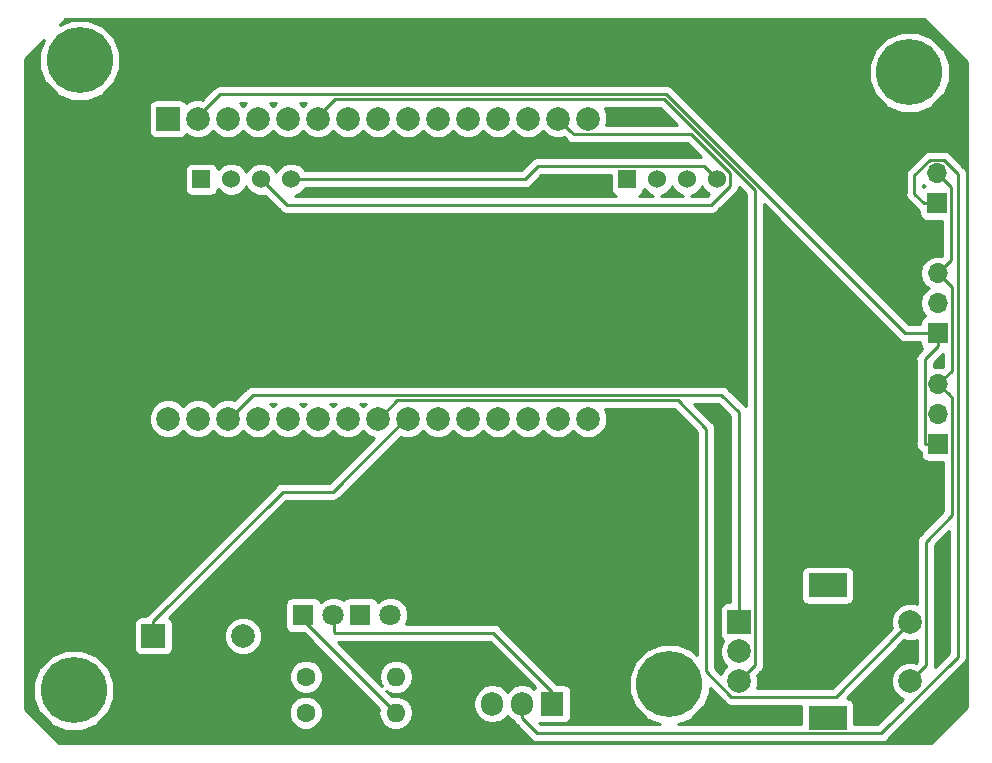
<source format=gbl>
G04 #@! TF.GenerationSoftware,KiCad,Pcbnew,(5.0.2)-1*
G04 #@! TF.CreationDate,2024-08-16T20:27:31+02:00*
G04 #@! TF.ProjectId,MashMachine,4d617368-4d61-4636-9869-6e652e6b6963,rev?*
G04 #@! TF.SameCoordinates,Original*
G04 #@! TF.FileFunction,Copper,L2,Bot*
G04 #@! TF.FilePolarity,Positive*
%FSLAX46Y46*%
G04 Gerber Fmt 4.6, Leading zero omitted, Abs format (unit mm)*
G04 Created by KiCad (PCBNEW (5.0.2)-1) date 08/16/24 20:27:31*
%MOMM*%
%LPD*%
G01*
G04 APERTURE LIST*
G04 #@! TA.AperFunction,ComponentPad*
%ADD10R,2.000000X2.000000*%
G04 #@! TD*
G04 #@! TA.AperFunction,ComponentPad*
%ADD11C,2.000000*%
G04 #@! TD*
G04 #@! TA.AperFunction,ComponentPad*
%ADD12R,1.524000X1.524000*%
G04 #@! TD*
G04 #@! TA.AperFunction,ComponentPad*
%ADD13C,1.524000*%
G04 #@! TD*
G04 #@! TA.AperFunction,ComponentPad*
%ADD14C,1.600000*%
G04 #@! TD*
G04 #@! TA.AperFunction,ComponentPad*
%ADD15O,1.600000X1.600000*%
G04 #@! TD*
G04 #@! TA.AperFunction,ComponentPad*
%ADD16R,1.800000X1.800000*%
G04 #@! TD*
G04 #@! TA.AperFunction,ComponentPad*
%ADD17C,1.800000*%
G04 #@! TD*
G04 #@! TA.AperFunction,ComponentPad*
%ADD18C,5.600000*%
G04 #@! TD*
G04 #@! TA.AperFunction,ComponentPad*
%ADD19O,1.700000X1.700000*%
G04 #@! TD*
G04 #@! TA.AperFunction,ComponentPad*
%ADD20R,1.700000X1.700000*%
G04 #@! TD*
G04 #@! TA.AperFunction,ComponentPad*
%ADD21R,1.905000X2.000000*%
G04 #@! TD*
G04 #@! TA.AperFunction,ComponentPad*
%ADD22O,1.905000X2.000000*%
G04 #@! TD*
G04 #@! TA.AperFunction,ComponentPad*
%ADD23R,3.200000X2.000000*%
G04 #@! TD*
G04 #@! TA.AperFunction,Conductor*
%ADD24C,0.250000*%
G04 #@! TD*
G04 #@! TA.AperFunction,NonConductor*
%ADD25C,0.254000*%
G04 #@! TD*
G04 APERTURE END LIST*
D10*
G04 #@! TO.P,ESP32,1*
G04 #@! TO.N,N/C*
X109072000Y-89154000D03*
D11*
G04 #@! TO.P,ESP32,2*
G04 #@! TO.N,Net-(BZ1-Pad2)*
X111612000Y-89154000D03*
G04 #@! TO.P,ESP32,3*
G04 #@! TO.N,N/C*
X114152000Y-89154000D03*
G04 #@! TO.P,ESP32,4*
X116692000Y-89154000D03*
G04 #@! TO.P,ESP32,5*
G04 #@! TO.N,Net-(J2-Pad2)*
X119232000Y-89154000D03*
G04 #@! TO.P,ESP32,6*
G04 #@! TO.N,Net-(SW1-PadB)*
X121772000Y-89154000D03*
G04 #@! TO.P,ESP32,7*
G04 #@! TO.N,N/C*
X124312000Y-89154000D03*
G04 #@! TO.P,ESP32,8*
X126852000Y-89154000D03*
G04 #@! TO.P,ESP32,9*
X129392000Y-89154000D03*
G04 #@! TO.P,ESP32,10*
X131932000Y-89154000D03*
G04 #@! TO.P,ESP32,11*
G04 #@! TO.N,Net-(Brd1-Pad4)*
X134472000Y-89154000D03*
G04 #@! TO.P,ESP32,12*
G04 #@! TO.N,N/C*
X137012000Y-89154000D03*
G04 #@! TO.P,ESP32,13*
X139552000Y-89154000D03*
G04 #@! TO.P,ESP32,14*
G04 #@! TO.N,Net-(Brd1-Pad3)*
X142092000Y-89154000D03*
G04 #@! TO.P,ESP32,15*
G04 #@! TO.N,N/C*
X144632000Y-89154000D03*
G04 #@! TO.P,ESP32,30*
G04 #@! TO.N,Net-(Brd1-Pad2)*
X109072000Y-114554000D03*
G04 #@! TO.P,ESP32,29*
G04 #@! TO.N,Net-(BZ1-Pad2)*
X111612000Y-114554000D03*
G04 #@! TO.P,ESP32,28*
G04 #@! TO.N,Net-(SW1-PadA)*
X114152000Y-114554000D03*
G04 #@! TO.P,ESP32,27*
G04 #@! TO.N,N/C*
X116692000Y-114554000D03*
G04 #@! TO.P,ESP32,26*
G04 #@! TO.N,Net-(ON1-Pad2)*
X119232000Y-114554000D03*
G04 #@! TO.P,ESP32,25*
G04 #@! TO.N,N/C*
X121772000Y-114554000D03*
G04 #@! TO.P,ESP32,24*
G04 #@! TO.N,Net-(DC1-Pad2)*
X124312000Y-114554000D03*
G04 #@! TO.P,ESP32,23*
G04 #@! TO.N,Net-(SW1-PadS2)*
X126852000Y-114554000D03*
G04 #@! TO.P,ESP32,22*
G04 #@! TO.N,Net-(BZ1-Pad1)*
X129392000Y-114554000D03*
G04 #@! TO.P,ESP32,21*
G04 #@! TO.N,Net-(J1-Pad2)*
X131932000Y-114554000D03*
G04 #@! TO.P,ESP32,20*
G04 #@! TO.N,N/C*
X134472000Y-114554000D03*
G04 #@! TO.P,ESP32,19*
X137012000Y-114554000D03*
G04 #@! TO.P,ESP32,18*
X139552000Y-114554000D03*
G04 #@! TO.P,ESP32,17*
X142092000Y-114554000D03*
G04 #@! TO.P,ESP32,16*
X144632000Y-114554000D03*
G04 #@! TD*
D12*
G04 #@! TO.P,Brd2,1*
G04 #@! TO.N,Net-(BZ1-Pad2)*
X147955000Y-94297500D03*
D13*
G04 #@! TO.P,Brd2,2*
G04 #@! TO.N,Net-(Brd1-Pad2)*
X150495000Y-94297500D03*
G04 #@! TO.P,Brd2,3*
G04 #@! TO.N,Net-(Brd1-Pad3)*
X153035000Y-94297500D03*
G04 #@! TO.P,Brd2,4*
G04 #@! TO.N,Net-(Brd1-Pad4)*
X155575000Y-94297500D03*
G04 #@! TD*
D12*
G04 #@! TO.P,Brd1,1*
G04 #@! TO.N,Net-(BZ1-Pad2)*
X111883261Y-94273441D03*
D13*
G04 #@! TO.P,Brd1,2*
G04 #@! TO.N,Net-(Brd1-Pad2)*
X114423261Y-94273441D03*
G04 #@! TO.P,Brd1,3*
G04 #@! TO.N,Net-(Brd1-Pad3)*
X116963261Y-94273441D03*
G04 #@! TO.P,Brd1,4*
G04 #@! TO.N,Net-(Brd1-Pad4)*
X119503261Y-94273441D03*
G04 #@! TD*
D10*
G04 #@! TO.P,BZ1,1*
G04 #@! TO.N,Net-(BZ1-Pad1)*
X107833160Y-132948680D03*
D11*
G04 #@! TO.P,BZ1,2*
G04 #@! TO.N,Net-(BZ1-Pad2)*
X115433160Y-132948680D03*
G04 #@! TD*
D14*
G04 #@! TO.P,R1,1*
G04 #@! TO.N,Net-(BZ1-Pad2)*
X120726200Y-139443190D03*
D15*
G04 #@! TO.P,R1,2*
G04 #@! TO.N,Net-(DC1-Pad1)*
X128346200Y-139443190D03*
G04 #@! TD*
G04 #@! TO.P,R2,2*
G04 #@! TO.N,Net-(ON1-Pad1)*
X128369060Y-136392650D03*
D14*
G04 #@! TO.P,R2,1*
G04 #@! TO.N,Net-(BZ1-Pad2)*
X120749060Y-136392650D03*
G04 #@! TD*
D16*
G04 #@! TO.P,DC,1*
G04 #@! TO.N,Net-(DC1-Pad1)*
X120523000Y-131191000D03*
D17*
G04 #@! TO.P,DC,2*
G04 #@! TO.N,Net-(DC1-Pad2)*
X123063000Y-131191000D03*
G04 #@! TD*
D18*
G04 #@! TO.P,,1*
G04 #@! TO.N,N/C*
X101092000Y-137541000D03*
G04 #@! TD*
G04 #@! TO.P,,1*
G04 #@! TO.N,N/C*
X151511000Y-137033000D03*
G04 #@! TD*
G04 #@! TO.P,,1*
G04 #@! TO.N,N/C*
X101600000Y-84201000D03*
G04 #@! TD*
G04 #@! TO.P,,1*
G04 #@! TO.N,N/C*
X171831000Y-85217000D03*
G04 #@! TD*
D19*
G04 #@! TO.P,Element Temp,3*
G04 #@! TO.N,Net-(Brd1-Pad2)*
X174244000Y-102235000D03*
G04 #@! TO.P,Element Temp,2*
G04 #@! TO.N,Net-(J1-Pad2)*
X174244000Y-104775000D03*
D20*
G04 #@! TO.P,Element Temp,1*
G04 #@! TO.N,Net-(BZ1-Pad2)*
X174244000Y-107315000D03*
G04 #@! TD*
G04 #@! TO.P,MashTemp,1*
G04 #@! TO.N,Net-(BZ1-Pad2)*
X174307500Y-116713000D03*
D19*
G04 #@! TO.P,MashTemp,2*
G04 #@! TO.N,Net-(J2-Pad2)*
X174307500Y-114173000D03*
G04 #@! TO.P,MashTemp,3*
G04 #@! TO.N,Net-(Brd1-Pad2)*
X174307500Y-111633000D03*
G04 #@! TD*
D20*
G04 #@! TO.P,SSR Out,1*
G04 #@! TO.N,Net-(J3-Pad1)*
X174180500Y-96329500D03*
D19*
G04 #@! TO.P,SSR Out,2*
G04 #@! TO.N,Net-(Brd1-Pad2)*
X174180500Y-93789500D03*
G04 #@! TD*
D17*
G04 #@! TO.P,ON,2*
G04 #@! TO.N,Net-(ON1-Pad2)*
X127889000Y-131191000D03*
D16*
G04 #@! TO.P,ON,1*
G04 #@! TO.N,Net-(ON1-Pad1)*
X125349000Y-131191000D03*
G04 #@! TD*
D21*
G04 #@! TO.P,IRLZ44N,1*
G04 #@! TO.N,Net-(DC1-Pad2)*
X141605000Y-138684000D03*
D22*
G04 #@! TO.P,IRLZ44N,2*
G04 #@! TO.N,Net-(J3-Pad1)*
X139065000Y-138684000D03*
G04 #@! TO.P,IRLZ44N,3*
G04 #@! TO.N,Net-(BZ1-Pad2)*
X136525000Y-138684000D03*
G04 #@! TD*
D11*
G04 #@! TO.P,SW,S1*
G04 #@! TO.N,Net-(Brd1-Pad2)*
X171916500Y-136762500D03*
G04 #@! TO.P,SW,S2*
G04 #@! TO.N,Net-(SW1-PadS2)*
X171916500Y-131762500D03*
D23*
G04 #@! TO.P,SW,MP*
G04 #@! TO.N,N/C*
X164916500Y-139862500D03*
X164916500Y-128662500D03*
D11*
G04 #@! TO.P,SW,B*
G04 #@! TO.N,Net-(SW1-PadB)*
X157416500Y-136762500D03*
G04 #@! TO.P,SW,C*
G04 #@! TO.N,Net-(BZ1-Pad2)*
X157416500Y-134262500D03*
D10*
G04 #@! TO.P,SW,A*
G04 #@! TO.N,Net-(SW1-PadA)*
X157416500Y-131762500D03*
G04 #@! TD*
D24*
G04 #@! TO.N,Net-(Brd1-Pad2)*
X173241501Y-135437499D02*
X173241501Y-124954499D01*
X171916500Y-136762500D02*
X173241501Y-135437499D01*
X175157499Y-112482999D02*
X174307500Y-111633000D01*
X175482501Y-112808001D02*
X175157499Y-112482999D01*
X175482501Y-122713499D02*
X175482501Y-112808001D01*
X173241501Y-124954499D02*
X175482501Y-122713499D01*
X175093999Y-103084999D02*
X174244000Y-102235000D01*
X175419001Y-103410001D02*
X175093999Y-103084999D01*
X175419001Y-110521499D02*
X175419001Y-103410001D01*
X174307500Y-111633000D02*
X175419001Y-110521499D01*
X175030499Y-94639499D02*
X174180500Y-93789500D01*
X175355501Y-94964501D02*
X175030499Y-94639499D01*
X175355501Y-101123499D02*
X175355501Y-94964501D01*
X174244000Y-102235000D02*
X175355501Y-101123499D01*
G04 #@! TO.N,Net-(Brd1-Pad3)*
X116963261Y-94273441D02*
X119118380Y-96428560D01*
X143091999Y-90153999D02*
X142092000Y-89154000D01*
X143417001Y-90479001D02*
X143091999Y-90153999D01*
X153365263Y-90479001D02*
X143417001Y-90479001D01*
X156662001Y-93775739D02*
X153365263Y-90479001D01*
X156662001Y-94819261D02*
X156662001Y-93775739D01*
X155052702Y-96428560D02*
X156662001Y-94819261D01*
X119118380Y-96428560D02*
X155052702Y-96428560D01*
G04 #@! TO.N,Net-(Brd1-Pad4)*
X139269399Y-94273441D02*
X140365361Y-93177479D01*
X119503261Y-94273441D02*
X139269399Y-94273441D01*
X154454979Y-93177479D02*
X155575000Y-94297500D01*
X140365361Y-93177479D02*
X154454979Y-93177479D01*
G04 #@! TO.N,Net-(BZ1-Pad1)*
X107833160Y-131698680D02*
X118785320Y-120746520D01*
X107833160Y-132948680D02*
X107833160Y-131698680D01*
X123006440Y-120746520D02*
X129508840Y-114244120D01*
X118785320Y-120746520D02*
X123006440Y-120746520D01*
G04 #@! TO.N,Net-(BZ1-Pad2)*
X111728840Y-88844120D02*
X113503851Y-87069109D01*
X174244000Y-108415000D02*
X174244000Y-107315000D01*
X173132499Y-109526501D02*
X174244000Y-108415000D01*
X173132499Y-116637999D02*
X173132499Y-109526501D01*
X173207500Y-116713000D02*
X173132499Y-116637999D01*
X174307500Y-116713000D02*
X173207500Y-116713000D01*
X171502891Y-107315000D02*
X151257000Y-87069109D01*
X174244000Y-107315000D02*
X171502891Y-107315000D01*
X113503851Y-87069109D02*
X151257000Y-87069109D01*
G04 #@! TO.N,Net-(DC1-Pad2)*
X123164600Y-132611112D02*
X123164600Y-131338320D01*
X123243809Y-132690321D02*
X123164600Y-132611112D01*
X136612401Y-132690321D02*
X123243809Y-132690321D01*
X141599920Y-137677840D02*
X136612401Y-132690321D01*
X141599920Y-138927840D02*
X141599920Y-137677840D01*
G04 #@! TO.N,Net-(DC1-Pad1)*
X120624600Y-131721590D02*
X120624600Y-131338320D01*
X128346200Y-139443190D02*
X120624600Y-131721590D01*
G04 #@! TO.N,Net-(J3-Pad1)*
X139065000Y-139934000D02*
X140318501Y-141187501D01*
X139065000Y-138684000D02*
X139065000Y-139934000D01*
X174744501Y-92614499D02*
X173616499Y-92614499D01*
X140318501Y-141187501D02*
X169452501Y-141187501D01*
X173616499Y-92614499D02*
X172275500Y-93955498D01*
X169452501Y-141187501D02*
X175932511Y-134707491D01*
X175932511Y-134707491D02*
X175932511Y-93802509D01*
X175932511Y-93802509D02*
X174744501Y-92614499D01*
X173080500Y-96329500D02*
X174180500Y-96329500D01*
X172275500Y-95524500D02*
X173080500Y-96329500D01*
X172275500Y-93955498D02*
X172275500Y-95524500D01*
G04 #@! TO.N,Net-(SW1-PadS2)*
X128501140Y-112976660D02*
X152211180Y-112976660D01*
X127088900Y-114388900D02*
X128501140Y-112976660D01*
X170916501Y-132762499D02*
X171916500Y-131762500D01*
X165591499Y-138087501D02*
X170916501Y-132762499D01*
X156780499Y-138087501D02*
X165591499Y-138087501D01*
X154636001Y-135943003D02*
X156780499Y-138087501D01*
X154636001Y-115401481D02*
X154636001Y-135943003D01*
X152211180Y-112976660D02*
X154636001Y-115401481D01*
G04 #@! TO.N,Net-(SW1-PadB)*
X158416499Y-135762501D02*
X157416500Y-136762500D01*
X158741501Y-135437499D02*
X158416499Y-135762501D01*
X158741501Y-95218829D02*
X158741501Y-135437499D01*
X151041791Y-87519119D02*
X158741501Y-95218829D01*
X123213841Y-87519119D02*
X151041791Y-87519119D01*
X121888840Y-88844120D02*
X123213841Y-87519119D01*
G04 #@! TO.N,Net-(SW1-PadA)*
X116251149Y-112526651D02*
X155925091Y-112526651D01*
X114388900Y-114388900D02*
X116251149Y-112526651D01*
X157416500Y-114018060D02*
X157416500Y-131762500D01*
X155925091Y-112526651D02*
X157416500Y-114018060D01*
G04 #@! TD*
D25*
G36*
X176709000Y-84368092D02*
X176709001Y-138961407D01*
X173632410Y-142038000D01*
X99862091Y-142038000D01*
X96976000Y-139151910D01*
X96976000Y-138213956D01*
X97654965Y-138213956D01*
X97657000Y-138218911D01*
X97657000Y-138224264D01*
X97916391Y-138850490D01*
X98174122Y-139478027D01*
X98179918Y-139486701D01*
X98179947Y-139486771D01*
X98180001Y-139486825D01*
X98185797Y-139495499D01*
X98195428Y-139502252D01*
X99130748Y-140437572D01*
X99137501Y-140447203D01*
X99142444Y-140449268D01*
X99146229Y-140453053D01*
X99772446Y-140712440D01*
X100398434Y-140973936D01*
X100403792Y-140973952D01*
X100408736Y-140976000D01*
X101086529Y-140976000D01*
X101764956Y-140978035D01*
X101769911Y-140976000D01*
X101775264Y-140976000D01*
X102401490Y-140716609D01*
X103029027Y-140458878D01*
X103037701Y-140453082D01*
X103037771Y-140453053D01*
X103037825Y-140452999D01*
X103046499Y-140447203D01*
X103053252Y-140437572D01*
X103988572Y-139502252D01*
X103998203Y-139495499D01*
X104000268Y-139490556D01*
X104004053Y-139486771D01*
X104140337Y-139157751D01*
X119291200Y-139157751D01*
X119291200Y-139728629D01*
X119509666Y-140256052D01*
X119913338Y-140659724D01*
X120440761Y-140878190D01*
X121011639Y-140878190D01*
X121539062Y-140659724D01*
X121942734Y-140256052D01*
X122161200Y-139728629D01*
X122161200Y-139157751D01*
X121942734Y-138630328D01*
X121539062Y-138226656D01*
X121011639Y-138008190D01*
X120440761Y-138008190D01*
X119913338Y-138226656D01*
X119509666Y-138630328D01*
X119291200Y-139157751D01*
X104140337Y-139157751D01*
X104263440Y-138860554D01*
X104524936Y-138234566D01*
X104524952Y-138229208D01*
X104527000Y-138224264D01*
X104527000Y-137546471D01*
X104529035Y-136868044D01*
X104527000Y-136863089D01*
X104527000Y-136857736D01*
X104267609Y-136231510D01*
X104216560Y-136107211D01*
X119314060Y-136107211D01*
X119314060Y-136678089D01*
X119532526Y-137205512D01*
X119936198Y-137609184D01*
X120463621Y-137827650D01*
X121034499Y-137827650D01*
X121561922Y-137609184D01*
X121965594Y-137205512D01*
X122184060Y-136678089D01*
X122184060Y-136107211D01*
X121965594Y-135579788D01*
X121561922Y-135176116D01*
X121034499Y-134957650D01*
X120463621Y-134957650D01*
X119936198Y-135176116D01*
X119532526Y-135579788D01*
X119314060Y-136107211D01*
X104216560Y-136107211D01*
X104009878Y-135603973D01*
X104004082Y-135595299D01*
X104004053Y-135595229D01*
X104003999Y-135595175D01*
X103998203Y-135586501D01*
X103988572Y-135579748D01*
X103053252Y-134644428D01*
X103046499Y-134634797D01*
X103041556Y-134632732D01*
X103037771Y-134628947D01*
X102411554Y-134369560D01*
X101785566Y-134108064D01*
X101780208Y-134108048D01*
X101775264Y-134106000D01*
X101097471Y-134106000D01*
X100419044Y-134103965D01*
X100414089Y-134106000D01*
X100408736Y-134106000D01*
X99782510Y-134365391D01*
X99154973Y-134623122D01*
X99146299Y-134628918D01*
X99146229Y-134628947D01*
X99146175Y-134629001D01*
X99137501Y-134634797D01*
X99130748Y-134644428D01*
X98195428Y-135579748D01*
X98185797Y-135586501D01*
X98183732Y-135591444D01*
X98179947Y-135595229D01*
X97920560Y-136221446D01*
X97659064Y-136847434D01*
X97659048Y-136852792D01*
X97657000Y-136857736D01*
X97657000Y-137535529D01*
X97654965Y-138213956D01*
X96976000Y-138213956D01*
X96976000Y-131948680D01*
X106185720Y-131948680D01*
X106185720Y-133948680D01*
X106235003Y-134196445D01*
X106375351Y-134406489D01*
X106585395Y-134546837D01*
X106833160Y-134596120D01*
X108833160Y-134596120D01*
X109080925Y-134546837D01*
X109290969Y-134406489D01*
X109431317Y-134196445D01*
X109480600Y-133948680D01*
X109480600Y-132623458D01*
X113798160Y-132623458D01*
X113798160Y-133273902D01*
X114047074Y-133874833D01*
X114507007Y-134334766D01*
X115107938Y-134583680D01*
X115758382Y-134583680D01*
X116359313Y-134334766D01*
X116819246Y-133874833D01*
X117068160Y-133273902D01*
X117068160Y-132623458D01*
X116819246Y-132022527D01*
X116359313Y-131562594D01*
X115758382Y-131313680D01*
X115107938Y-131313680D01*
X114507007Y-131562594D01*
X114047074Y-132022527D01*
X113798160Y-132623458D01*
X109480600Y-132623458D01*
X109480600Y-131948680D01*
X109431317Y-131700915D01*
X109290969Y-131490871D01*
X109185945Y-131420696D01*
X119100122Y-121506520D01*
X122931593Y-121506520D01*
X123006440Y-121521408D01*
X123081287Y-121506520D01*
X123081292Y-121506520D01*
X123302977Y-121462424D01*
X123554369Y-121294449D01*
X123596771Y-121230990D01*
X128764125Y-116063637D01*
X129066778Y-116189000D01*
X129717222Y-116189000D01*
X130318153Y-115940086D01*
X130662000Y-115596239D01*
X131005847Y-115940086D01*
X131606778Y-116189000D01*
X132257222Y-116189000D01*
X132858153Y-115940086D01*
X133202000Y-115596239D01*
X133545847Y-115940086D01*
X133592581Y-115959444D01*
X133597736Y-115973387D01*
X133874263Y-116076120D01*
X134146778Y-116189000D01*
X134178100Y-116189000D01*
X134207461Y-116199908D01*
X134502247Y-116189000D01*
X134797222Y-116189000D01*
X134826158Y-116177014D01*
X134857460Y-116175856D01*
X135346264Y-115973387D01*
X135351419Y-115959444D01*
X135398153Y-115940086D01*
X135742000Y-115596239D01*
X136085847Y-115940086D01*
X136132581Y-115959444D01*
X136137736Y-115973387D01*
X136414263Y-116076120D01*
X136686778Y-116189000D01*
X136718100Y-116189000D01*
X136747461Y-116199908D01*
X137042247Y-116189000D01*
X137337222Y-116189000D01*
X137366158Y-116177014D01*
X137397460Y-116175856D01*
X137886264Y-115973387D01*
X137891419Y-115959444D01*
X137938153Y-115940086D01*
X138282000Y-115596239D01*
X138625847Y-115940086D01*
X138672581Y-115959444D01*
X138677736Y-115973387D01*
X138954263Y-116076120D01*
X139226778Y-116189000D01*
X139258100Y-116189000D01*
X139287461Y-116199908D01*
X139582247Y-116189000D01*
X139877222Y-116189000D01*
X139906158Y-116177014D01*
X139937460Y-116175856D01*
X140426264Y-115973387D01*
X140431419Y-115959444D01*
X140478153Y-115940086D01*
X140822000Y-115596239D01*
X141165847Y-115940086D01*
X141212581Y-115959444D01*
X141217736Y-115973387D01*
X141494263Y-116076120D01*
X141766778Y-116189000D01*
X141798100Y-116189000D01*
X141827461Y-116199908D01*
X142122247Y-116189000D01*
X142417222Y-116189000D01*
X142446158Y-116177014D01*
X142477460Y-116175856D01*
X142966264Y-115973387D01*
X142971419Y-115959444D01*
X143018153Y-115940086D01*
X143362000Y-115596239D01*
X143705847Y-115940086D01*
X143752581Y-115959444D01*
X143757736Y-115973387D01*
X144034263Y-116076120D01*
X144306778Y-116189000D01*
X144338100Y-116189000D01*
X144367461Y-116199908D01*
X144662247Y-116189000D01*
X144957222Y-116189000D01*
X144986158Y-116177014D01*
X145017460Y-116175856D01*
X145506264Y-115973387D01*
X145511419Y-115959444D01*
X145558153Y-115940086D01*
X146018086Y-115480153D01*
X146037444Y-115433419D01*
X146051387Y-115428264D01*
X146154120Y-115151737D01*
X146267000Y-114879222D01*
X146267000Y-114847900D01*
X146277908Y-114818539D01*
X146267000Y-114523753D01*
X146267000Y-114228778D01*
X146255014Y-114199842D01*
X146253856Y-114168540D01*
X146074966Y-113736660D01*
X151896379Y-113736660D01*
X153876001Y-115716283D01*
X153876002Y-134540178D01*
X153472252Y-134136428D01*
X153465499Y-134126797D01*
X153460556Y-134124732D01*
X153456771Y-134120947D01*
X152830554Y-133861560D01*
X152204566Y-133600064D01*
X152199208Y-133600048D01*
X152194264Y-133598000D01*
X151516471Y-133598000D01*
X150838044Y-133595965D01*
X150833089Y-133598000D01*
X150827736Y-133598000D01*
X150201510Y-133857391D01*
X149573973Y-134115122D01*
X149565299Y-134120918D01*
X149565229Y-134120947D01*
X149565175Y-134121001D01*
X149556501Y-134126797D01*
X149549748Y-134136428D01*
X148614428Y-135071748D01*
X148604797Y-135078501D01*
X148602732Y-135083444D01*
X148598947Y-135087229D01*
X148339560Y-135713446D01*
X148078064Y-136339434D01*
X148078048Y-136344792D01*
X148076000Y-136349736D01*
X148076000Y-137027529D01*
X148073965Y-137705956D01*
X148076000Y-137710911D01*
X148076000Y-137716264D01*
X148335391Y-138342490D01*
X148593122Y-138970027D01*
X148598918Y-138978701D01*
X148598947Y-138978771D01*
X148599001Y-138978825D01*
X148604797Y-138987499D01*
X148614428Y-138994252D01*
X149549748Y-139929572D01*
X149556501Y-139939203D01*
X149561444Y-139941268D01*
X149565229Y-139945053D01*
X150191446Y-140204440D01*
X150725425Y-140427501D01*
X140633303Y-140427501D01*
X140508623Y-140302821D01*
X140652500Y-140331440D01*
X142557500Y-140331440D01*
X142805265Y-140282157D01*
X143015309Y-140141809D01*
X143155657Y-139931765D01*
X143204940Y-139684000D01*
X143204940Y-137684000D01*
X143155657Y-137436235D01*
X143015309Y-137226191D01*
X142805265Y-137085843D01*
X142557500Y-137036560D01*
X142033442Y-137036560D01*
X137202732Y-132205851D01*
X137160330Y-132142392D01*
X136908938Y-131974417D01*
X136687253Y-131930321D01*
X136687248Y-131930321D01*
X136612401Y-131915433D01*
X136537554Y-131930321D01*
X129244235Y-131930321D01*
X129424000Y-131496330D01*
X129424000Y-130885670D01*
X129190310Y-130321493D01*
X128758507Y-129889690D01*
X128194330Y-129656000D01*
X127583670Y-129656000D01*
X127019493Y-129889690D01*
X126850275Y-130058908D01*
X126847157Y-130043235D01*
X126706809Y-129833191D01*
X126496765Y-129692843D01*
X126249000Y-129643560D01*
X124449000Y-129643560D01*
X124201235Y-129692843D01*
X123991191Y-129833191D01*
X123945055Y-129902238D01*
X123932507Y-129889690D01*
X123368330Y-129656000D01*
X122757670Y-129656000D01*
X122193493Y-129889690D01*
X122024275Y-130058908D01*
X122021157Y-130043235D01*
X121880809Y-129833191D01*
X121670765Y-129692843D01*
X121423000Y-129643560D01*
X119623000Y-129643560D01*
X119375235Y-129692843D01*
X119165191Y-129833191D01*
X119024843Y-130043235D01*
X118975560Y-130291000D01*
X118975560Y-132091000D01*
X119024843Y-132338765D01*
X119165191Y-132548809D01*
X119375235Y-132689157D01*
X119623000Y-132738440D01*
X120566649Y-132738440D01*
X126947512Y-139119305D01*
X126883087Y-139443190D01*
X126994460Y-140003099D01*
X127311623Y-140477767D01*
X127786291Y-140794930D01*
X128204867Y-140878190D01*
X128487533Y-140878190D01*
X128906109Y-140794930D01*
X129380777Y-140477767D01*
X129697940Y-140003099D01*
X129809313Y-139443190D01*
X129697940Y-138883281D01*
X129380777Y-138408613D01*
X128906109Y-138091450D01*
X128487533Y-138008190D01*
X128204867Y-138008190D01*
X128022315Y-138044502D01*
X127547117Y-137569305D01*
X127809151Y-137744390D01*
X128227727Y-137827650D01*
X128510393Y-137827650D01*
X128928969Y-137744390D01*
X129403637Y-137427227D01*
X129720800Y-136952559D01*
X129832173Y-136392650D01*
X129720800Y-135832741D01*
X129403637Y-135358073D01*
X128928969Y-135040910D01*
X128510393Y-134957650D01*
X128227727Y-134957650D01*
X127809151Y-135040910D01*
X127334483Y-135358073D01*
X127017320Y-135832741D01*
X126905947Y-136392650D01*
X127017320Y-136952559D01*
X127192405Y-137214593D01*
X123428133Y-133450321D01*
X136297600Y-133450321D01*
X140146136Y-137298858D01*
X140076491Y-137403088D01*
X139684411Y-137141109D01*
X139065000Y-137017900D01*
X138445590Y-137141109D01*
X137920477Y-137491977D01*
X137795000Y-137679767D01*
X137669523Y-137491977D01*
X137144411Y-137141109D01*
X136525000Y-137017900D01*
X135905590Y-137141109D01*
X135380477Y-137491977D01*
X135029609Y-138017089D01*
X134937500Y-138480150D01*
X134937500Y-138887849D01*
X135029609Y-139350910D01*
X135380477Y-139876023D01*
X135905589Y-140226891D01*
X136525000Y-140350100D01*
X137144410Y-140226891D01*
X137669523Y-139876023D01*
X137795000Y-139688233D01*
X137920477Y-139876023D01*
X138333470Y-140151976D01*
X138349097Y-140230537D01*
X138428987Y-140350100D01*
X138517072Y-140481929D01*
X138580528Y-140524329D01*
X139728172Y-141671974D01*
X139770572Y-141735430D01*
X140021964Y-141903405D01*
X140243649Y-141947501D01*
X140243653Y-141947501D01*
X140318500Y-141962389D01*
X140393347Y-141947501D01*
X169377654Y-141947501D01*
X169452501Y-141962389D01*
X169527348Y-141947501D01*
X169527353Y-141947501D01*
X169749038Y-141903405D01*
X170000430Y-141735430D01*
X170042832Y-141671971D01*
X176416984Y-135297820D01*
X176480440Y-135255420D01*
X176648415Y-135004028D01*
X176692511Y-134782343D01*
X176692511Y-134782339D01*
X176707399Y-134707492D01*
X176692511Y-134632645D01*
X176692511Y-93877356D01*
X176707399Y-93802509D01*
X176692511Y-93727662D01*
X176692511Y-93727657D01*
X176648415Y-93505972D01*
X176480440Y-93254580D01*
X176416984Y-93212180D01*
X175334832Y-92130029D01*
X175292430Y-92066570D01*
X175041038Y-91898595D01*
X174819353Y-91854499D01*
X174819348Y-91854499D01*
X174744501Y-91839611D01*
X174669654Y-91854499D01*
X173691346Y-91854499D01*
X173616499Y-91839611D01*
X173541652Y-91854499D01*
X173541647Y-91854499D01*
X173319962Y-91898595D01*
X173068570Y-92066570D01*
X173026170Y-92130026D01*
X171791030Y-93365167D01*
X171727571Y-93407569D01*
X171559596Y-93658962D01*
X171515500Y-93880647D01*
X171515500Y-93880651D01*
X171500612Y-93955498D01*
X171515500Y-94030345D01*
X171515501Y-95449649D01*
X171500612Y-95524500D01*
X171559597Y-95821037D01*
X171635566Y-95934732D01*
X171727572Y-96072429D01*
X171791028Y-96114829D01*
X172490171Y-96813973D01*
X172532571Y-96877429D01*
X172683060Y-96977983D01*
X172683060Y-97179500D01*
X172732343Y-97427265D01*
X172872691Y-97637309D01*
X173082735Y-97777657D01*
X173330500Y-97826940D01*
X174595502Y-97826940D01*
X174595501Y-100790826D01*
X174390256Y-100750000D01*
X174097744Y-100750000D01*
X173664582Y-100836161D01*
X173173375Y-101164375D01*
X172845161Y-101655582D01*
X172729908Y-102235000D01*
X172845161Y-102814418D01*
X173173375Y-103305625D01*
X173471761Y-103505000D01*
X173173375Y-103704375D01*
X172845161Y-104195582D01*
X172729908Y-104775000D01*
X172845161Y-105354418D01*
X173173375Y-105845625D01*
X173191619Y-105857816D01*
X173146235Y-105866843D01*
X172936191Y-106007191D01*
X172795843Y-106217235D01*
X172746560Y-106465000D01*
X172746560Y-106555000D01*
X171817693Y-106555000D01*
X151847331Y-86584639D01*
X151804929Y-86521180D01*
X151553537Y-86353205D01*
X151331852Y-86309109D01*
X151331847Y-86309109D01*
X151257000Y-86294221D01*
X151182153Y-86309109D01*
X113578699Y-86309109D01*
X113503851Y-86294221D01*
X113429003Y-86309109D01*
X113428999Y-86309109D01*
X113207314Y-86353205D01*
X112955922Y-86521180D01*
X112913522Y-86584636D01*
X111966876Y-87531283D01*
X111937222Y-87519000D01*
X111286778Y-87519000D01*
X110685847Y-87767914D01*
X110624717Y-87829044D01*
X110610327Y-87794302D01*
X110565236Y-87749211D01*
X110529809Y-87696191D01*
X110476791Y-87660765D01*
X110431699Y-87615673D01*
X110372785Y-87591270D01*
X110319765Y-87555843D01*
X110257224Y-87543403D01*
X110198310Y-87519000D01*
X110134541Y-87519000D01*
X110072000Y-87506560D01*
X108072000Y-87506560D01*
X108009459Y-87519000D01*
X107945690Y-87519000D01*
X107886776Y-87543403D01*
X107824235Y-87555843D01*
X107771215Y-87591270D01*
X107712301Y-87615673D01*
X107667209Y-87660765D01*
X107614191Y-87696191D01*
X107578764Y-87749211D01*
X107533673Y-87794302D01*
X107509271Y-87853214D01*
X107473843Y-87906235D01*
X107461403Y-87968778D01*
X107437000Y-88027691D01*
X107437000Y-88091459D01*
X107424560Y-88154000D01*
X107424560Y-90154000D01*
X107437000Y-90216541D01*
X107437000Y-90280309D01*
X107461403Y-90339222D01*
X107473843Y-90401765D01*
X107509271Y-90454786D01*
X107533673Y-90513698D01*
X107578764Y-90558789D01*
X107614191Y-90611809D01*
X107667209Y-90647235D01*
X107712301Y-90692327D01*
X107771215Y-90716730D01*
X107824235Y-90752157D01*
X107886776Y-90764597D01*
X107945690Y-90789000D01*
X108009459Y-90789000D01*
X108072000Y-90801440D01*
X110072000Y-90801440D01*
X110134541Y-90789000D01*
X110198310Y-90789000D01*
X110257224Y-90764597D01*
X110319765Y-90752157D01*
X110372785Y-90716730D01*
X110431699Y-90692327D01*
X110476791Y-90647235D01*
X110529809Y-90611809D01*
X110565236Y-90558789D01*
X110610327Y-90513698D01*
X110624717Y-90478956D01*
X110685847Y-90540086D01*
X111286778Y-90789000D01*
X111937222Y-90789000D01*
X112538153Y-90540086D01*
X112882000Y-90196239D01*
X113225847Y-90540086D01*
X113272581Y-90559444D01*
X113277736Y-90573387D01*
X113554263Y-90676120D01*
X113826778Y-90789000D01*
X113858100Y-90789000D01*
X113887461Y-90799908D01*
X114182247Y-90789000D01*
X114477222Y-90789000D01*
X114506158Y-90777014D01*
X114537460Y-90775856D01*
X115026264Y-90573387D01*
X115031419Y-90559444D01*
X115078153Y-90540086D01*
X115422000Y-90196239D01*
X115765847Y-90540086D01*
X115812581Y-90559444D01*
X115817736Y-90573387D01*
X116094263Y-90676120D01*
X116366778Y-90789000D01*
X116398100Y-90789000D01*
X116427461Y-90799908D01*
X116722247Y-90789000D01*
X117017222Y-90789000D01*
X117046158Y-90777014D01*
X117077460Y-90775856D01*
X117566264Y-90573387D01*
X117571419Y-90559444D01*
X117618153Y-90540086D01*
X117962000Y-90196239D01*
X118305847Y-90540086D01*
X118906778Y-90789000D01*
X119557222Y-90789000D01*
X120158153Y-90540086D01*
X120502000Y-90196239D01*
X120845847Y-90540086D01*
X121446778Y-90789000D01*
X122097222Y-90789000D01*
X122698153Y-90540086D01*
X123042000Y-90196239D01*
X123385847Y-90540086D01*
X123432581Y-90559444D01*
X123437736Y-90573387D01*
X123714263Y-90676120D01*
X123986778Y-90789000D01*
X124018100Y-90789000D01*
X124047461Y-90799908D01*
X124342247Y-90789000D01*
X124637222Y-90789000D01*
X124666158Y-90777014D01*
X124697460Y-90775856D01*
X125186264Y-90573387D01*
X125191419Y-90559444D01*
X125238153Y-90540086D01*
X125582000Y-90196239D01*
X125925847Y-90540086D01*
X125972581Y-90559444D01*
X125977736Y-90573387D01*
X126254263Y-90676120D01*
X126526778Y-90789000D01*
X126558100Y-90789000D01*
X126587461Y-90799908D01*
X126882247Y-90789000D01*
X127177222Y-90789000D01*
X127206158Y-90777014D01*
X127237460Y-90775856D01*
X127726264Y-90573387D01*
X127731419Y-90559444D01*
X127778153Y-90540086D01*
X128122000Y-90196239D01*
X128465847Y-90540086D01*
X128512581Y-90559444D01*
X128517736Y-90573387D01*
X128794263Y-90676120D01*
X129066778Y-90789000D01*
X129098100Y-90789000D01*
X129127461Y-90799908D01*
X129422247Y-90789000D01*
X129717222Y-90789000D01*
X129746158Y-90777014D01*
X129777460Y-90775856D01*
X130266264Y-90573387D01*
X130271419Y-90559444D01*
X130318153Y-90540086D01*
X130662000Y-90196239D01*
X131005847Y-90540086D01*
X131052581Y-90559444D01*
X131057736Y-90573387D01*
X131334263Y-90676120D01*
X131606778Y-90789000D01*
X131638100Y-90789000D01*
X131667461Y-90799908D01*
X131962247Y-90789000D01*
X132257222Y-90789000D01*
X132286158Y-90777014D01*
X132317460Y-90775856D01*
X132806264Y-90573387D01*
X132811419Y-90559444D01*
X132858153Y-90540086D01*
X133202000Y-90196239D01*
X133545847Y-90540086D01*
X134146778Y-90789000D01*
X134797222Y-90789000D01*
X135398153Y-90540086D01*
X135742000Y-90196239D01*
X136085847Y-90540086D01*
X136132581Y-90559444D01*
X136137736Y-90573387D01*
X136414263Y-90676120D01*
X136686778Y-90789000D01*
X136718100Y-90789000D01*
X136747461Y-90799908D01*
X137042247Y-90789000D01*
X137337222Y-90789000D01*
X137366158Y-90777014D01*
X137397460Y-90775856D01*
X137886264Y-90573387D01*
X137891419Y-90559444D01*
X137938153Y-90540086D01*
X138282000Y-90196239D01*
X138625847Y-90540086D01*
X138672581Y-90559444D01*
X138677736Y-90573387D01*
X138954263Y-90676120D01*
X139226778Y-90789000D01*
X139258100Y-90789000D01*
X139287461Y-90799908D01*
X139582247Y-90789000D01*
X139877222Y-90789000D01*
X139906158Y-90777014D01*
X139937460Y-90775856D01*
X140426264Y-90573387D01*
X140431419Y-90559444D01*
X140478153Y-90540086D01*
X140822000Y-90196239D01*
X141165847Y-90540086D01*
X141766778Y-90789000D01*
X142417222Y-90789000D01*
X142583375Y-90720177D01*
X142607526Y-90744328D01*
X142607529Y-90744330D01*
X142826670Y-90963471D01*
X142869072Y-91026930D01*
X143120464Y-91194905D01*
X143342149Y-91239001D01*
X143342153Y-91239001D01*
X143417000Y-91253889D01*
X143491847Y-91239001D01*
X153050462Y-91239001D01*
X154228940Y-92417479D01*
X140440207Y-92417479D01*
X140365360Y-92402591D01*
X140290513Y-92417479D01*
X140290509Y-92417479D01*
X140068824Y-92461575D01*
X140068822Y-92461576D01*
X140068823Y-92461576D01*
X139880887Y-92587150D01*
X139880885Y-92587152D01*
X139817432Y-92629550D01*
X139775034Y-92693004D01*
X138954598Y-93513441D01*
X120700561Y-93513441D01*
X120687581Y-93482104D01*
X120294598Y-93089121D01*
X119781142Y-92876441D01*
X119225380Y-92876441D01*
X118711924Y-93089121D01*
X118318941Y-93482104D01*
X118233261Y-93688954D01*
X118147581Y-93482104D01*
X117754598Y-93089121D01*
X117241142Y-92876441D01*
X116685380Y-92876441D01*
X116171924Y-93089121D01*
X115778941Y-93482104D01*
X115693261Y-93688954D01*
X115607581Y-93482104D01*
X115214598Y-93089121D01*
X114701142Y-92876441D01*
X114145380Y-92876441D01*
X113631924Y-93089121D01*
X113278914Y-93442131D01*
X113243418Y-93263676D01*
X113103070Y-93053632D01*
X112893026Y-92913284D01*
X112645261Y-92864001D01*
X111121261Y-92864001D01*
X110873496Y-92913284D01*
X110663452Y-93053632D01*
X110523104Y-93263676D01*
X110473821Y-93511441D01*
X110473821Y-95035441D01*
X110523104Y-95283206D01*
X110663452Y-95493250D01*
X110873496Y-95633598D01*
X111121261Y-95682881D01*
X112645261Y-95682881D01*
X112893026Y-95633598D01*
X113103070Y-95493250D01*
X113243418Y-95283206D01*
X113278914Y-95104751D01*
X113631924Y-95457761D01*
X114145380Y-95670441D01*
X114701142Y-95670441D01*
X115214598Y-95457761D01*
X115607581Y-95064778D01*
X115693261Y-94857928D01*
X115778941Y-95064778D01*
X116171924Y-95457761D01*
X116685380Y-95670441D01*
X117241142Y-95670441D01*
X117272479Y-95657461D01*
X118528051Y-96913033D01*
X118570451Y-96976489D01*
X118821843Y-97144464D01*
X119043528Y-97188560D01*
X119043532Y-97188560D01*
X119118380Y-97203448D01*
X119193228Y-97188560D01*
X154977855Y-97188560D01*
X155052702Y-97203448D01*
X155127549Y-97188560D01*
X155127554Y-97188560D01*
X155349239Y-97144464D01*
X155600631Y-96976489D01*
X155643033Y-96913030D01*
X157146477Y-95409588D01*
X157209930Y-95367190D01*
X157252328Y-95303737D01*
X157252330Y-95303735D01*
X157377904Y-95115799D01*
X157377905Y-95115798D01*
X157408725Y-94960856D01*
X157981501Y-95533632D01*
X157981501Y-113495682D01*
X157964429Y-113470131D01*
X157900973Y-113427731D01*
X156515422Y-112042181D01*
X156473020Y-111978722D01*
X156221628Y-111810747D01*
X155999943Y-111766651D01*
X155999938Y-111766651D01*
X155925091Y-111751763D01*
X155850244Y-111766651D01*
X116325997Y-111766651D01*
X116251149Y-111751763D01*
X116176301Y-111766651D01*
X116176297Y-111766651D01*
X116002754Y-111801171D01*
X115954611Y-111810747D01*
X115776830Y-111929537D01*
X115703220Y-111978722D01*
X115660820Y-112042178D01*
X114694146Y-113008853D01*
X114477222Y-112919000D01*
X113826778Y-112919000D01*
X113225847Y-113167914D01*
X112882000Y-113511761D01*
X112538153Y-113167914D01*
X111937222Y-112919000D01*
X111286778Y-112919000D01*
X110685847Y-113167914D01*
X110342000Y-113511761D01*
X109998153Y-113167914D01*
X109397222Y-112919000D01*
X108746778Y-112919000D01*
X108145847Y-113167914D01*
X107685914Y-113627847D01*
X107437000Y-114228778D01*
X107437000Y-114879222D01*
X107685914Y-115480153D01*
X108145847Y-115940086D01*
X108746778Y-116189000D01*
X109397222Y-116189000D01*
X109998153Y-115940086D01*
X110342000Y-115596239D01*
X110685847Y-115940086D01*
X111286778Y-116189000D01*
X111937222Y-116189000D01*
X112538153Y-115940086D01*
X112882000Y-115596239D01*
X113225847Y-115940086D01*
X113826778Y-116189000D01*
X114477222Y-116189000D01*
X115078153Y-115940086D01*
X115422000Y-115596239D01*
X115765847Y-115940086D01*
X115812581Y-115959444D01*
X115817736Y-115973387D01*
X116094263Y-116076120D01*
X116366778Y-116189000D01*
X116398100Y-116189000D01*
X116427461Y-116199908D01*
X116722247Y-116189000D01*
X117017222Y-116189000D01*
X117046158Y-116177014D01*
X117077460Y-116175856D01*
X117566264Y-115973387D01*
X117571419Y-115959444D01*
X117618153Y-115940086D01*
X117962000Y-115596239D01*
X118305847Y-115940086D01*
X118906778Y-116189000D01*
X119557222Y-116189000D01*
X120158153Y-115940086D01*
X120502000Y-115596239D01*
X120845847Y-115940086D01*
X120892581Y-115959444D01*
X120897736Y-115973387D01*
X121174263Y-116076120D01*
X121446778Y-116189000D01*
X121478100Y-116189000D01*
X121507461Y-116199908D01*
X121802247Y-116189000D01*
X122097222Y-116189000D01*
X122126158Y-116177014D01*
X122157460Y-116175856D01*
X122646264Y-115973387D01*
X122651419Y-115959444D01*
X122698153Y-115940086D01*
X123042000Y-115596239D01*
X123385847Y-115940086D01*
X123986778Y-116189000D01*
X124637222Y-116189000D01*
X125238153Y-115940086D01*
X125582000Y-115596239D01*
X125925847Y-115940086D01*
X126500177Y-116177981D01*
X122691639Y-119986520D01*
X118860166Y-119986520D01*
X118785319Y-119971632D01*
X118710472Y-119986520D01*
X118710468Y-119986520D01*
X118488783Y-120030616D01*
X118237391Y-120198591D01*
X118194991Y-120262047D01*
X107348688Y-131108351D01*
X107285232Y-131150751D01*
X107242832Y-131214207D01*
X107242831Y-131214208D01*
X107184678Y-131301240D01*
X106833160Y-131301240D01*
X106585395Y-131350523D01*
X106375351Y-131490871D01*
X106235003Y-131700915D01*
X106185720Y-131948680D01*
X96976000Y-131948680D01*
X96976000Y-84114090D01*
X98584063Y-82506028D01*
X98428560Y-82881446D01*
X98167064Y-83507434D01*
X98167048Y-83512792D01*
X98165000Y-83517736D01*
X98165000Y-84195529D01*
X98162965Y-84873956D01*
X98165000Y-84878911D01*
X98165000Y-84884264D01*
X98424391Y-85510490D01*
X98682122Y-86138027D01*
X98687918Y-86146701D01*
X98687947Y-86146771D01*
X98688001Y-86146825D01*
X98693797Y-86155499D01*
X98703428Y-86162252D01*
X99638748Y-87097572D01*
X99645501Y-87107203D01*
X99650444Y-87109268D01*
X99654229Y-87113053D01*
X100280446Y-87372440D01*
X100906434Y-87633936D01*
X100911792Y-87633952D01*
X100916736Y-87636000D01*
X101594529Y-87636000D01*
X102272956Y-87638035D01*
X102277911Y-87636000D01*
X102283264Y-87636000D01*
X102909490Y-87376609D01*
X103537027Y-87118878D01*
X103545701Y-87113082D01*
X103545771Y-87113053D01*
X103545825Y-87112999D01*
X103554499Y-87107203D01*
X103561252Y-87097572D01*
X104496572Y-86162252D01*
X104506203Y-86155499D01*
X104508268Y-86150556D01*
X104512053Y-86146771D01*
X104618429Y-85889956D01*
X168393965Y-85889956D01*
X168396000Y-85894911D01*
X168396000Y-85900264D01*
X168655391Y-86526490D01*
X168913122Y-87154027D01*
X168918918Y-87162701D01*
X168918947Y-87162771D01*
X168919001Y-87162825D01*
X168924797Y-87171499D01*
X168934428Y-87178252D01*
X169869748Y-88113572D01*
X169876501Y-88123203D01*
X169881444Y-88125268D01*
X169885229Y-88129053D01*
X170511446Y-88388440D01*
X171137434Y-88649936D01*
X171142792Y-88649952D01*
X171147736Y-88652000D01*
X171825529Y-88652000D01*
X172503956Y-88654035D01*
X172508911Y-88652000D01*
X172514264Y-88652000D01*
X173140490Y-88392609D01*
X173768027Y-88134878D01*
X173776701Y-88129082D01*
X173776771Y-88129053D01*
X173776825Y-88128999D01*
X173785499Y-88123203D01*
X173792252Y-88113572D01*
X174727572Y-87178252D01*
X174737203Y-87171499D01*
X174739268Y-87166556D01*
X174743053Y-87162771D01*
X175002440Y-86536554D01*
X175263936Y-85910566D01*
X175263952Y-85905208D01*
X175266000Y-85900264D01*
X175266000Y-85222471D01*
X175268035Y-84544044D01*
X175266000Y-84539089D01*
X175266000Y-84533736D01*
X175006609Y-83907510D01*
X174748878Y-83279973D01*
X174743082Y-83271299D01*
X174743053Y-83271229D01*
X174742999Y-83271175D01*
X174737203Y-83262501D01*
X174727572Y-83255748D01*
X173792252Y-82320428D01*
X173785499Y-82310797D01*
X173780556Y-82308732D01*
X173776771Y-82304947D01*
X173150554Y-82045560D01*
X172524566Y-81784064D01*
X172519208Y-81784048D01*
X172514264Y-81782000D01*
X171836471Y-81782000D01*
X171158044Y-81779965D01*
X171153089Y-81782000D01*
X171147736Y-81782000D01*
X170521510Y-82041391D01*
X169893973Y-82299122D01*
X169885299Y-82304918D01*
X169885229Y-82304947D01*
X169885175Y-82305001D01*
X169876501Y-82310797D01*
X169869748Y-82320428D01*
X168934428Y-83255748D01*
X168924797Y-83262501D01*
X168922732Y-83267444D01*
X168918947Y-83271229D01*
X168659560Y-83897446D01*
X168398064Y-84523434D01*
X168398048Y-84528792D01*
X168396000Y-84533736D01*
X168396000Y-85211529D01*
X168393965Y-85889956D01*
X104618429Y-85889956D01*
X104771440Y-85520554D01*
X105032936Y-84894566D01*
X105032952Y-84889208D01*
X105035000Y-84884264D01*
X105035000Y-84206471D01*
X105037035Y-83528044D01*
X105035000Y-83523089D01*
X105035000Y-83517736D01*
X104775609Y-82891510D01*
X104517878Y-82263973D01*
X104512082Y-82255299D01*
X104512053Y-82255229D01*
X104511999Y-82255175D01*
X104506203Y-82246501D01*
X104496572Y-82239748D01*
X103561252Y-81304428D01*
X103554499Y-81294797D01*
X103549556Y-81292732D01*
X103545771Y-81288947D01*
X102919554Y-81029560D01*
X102293566Y-80768064D01*
X102288208Y-80768048D01*
X102283264Y-80766000D01*
X101605471Y-80766000D01*
X100927044Y-80763965D01*
X100922089Y-80766000D01*
X100916736Y-80766000D01*
X100290510Y-81025391D01*
X99907326Y-81182766D01*
X100370092Y-80720000D01*
X173060910Y-80720000D01*
X176709000Y-84368092D01*
X176709000Y-84368092D01*
G37*
X176709000Y-84368092D02*
X176709001Y-138961407D01*
X173632410Y-142038000D01*
X99862091Y-142038000D01*
X96976000Y-139151910D01*
X96976000Y-138213956D01*
X97654965Y-138213956D01*
X97657000Y-138218911D01*
X97657000Y-138224264D01*
X97916391Y-138850490D01*
X98174122Y-139478027D01*
X98179918Y-139486701D01*
X98179947Y-139486771D01*
X98180001Y-139486825D01*
X98185797Y-139495499D01*
X98195428Y-139502252D01*
X99130748Y-140437572D01*
X99137501Y-140447203D01*
X99142444Y-140449268D01*
X99146229Y-140453053D01*
X99772446Y-140712440D01*
X100398434Y-140973936D01*
X100403792Y-140973952D01*
X100408736Y-140976000D01*
X101086529Y-140976000D01*
X101764956Y-140978035D01*
X101769911Y-140976000D01*
X101775264Y-140976000D01*
X102401490Y-140716609D01*
X103029027Y-140458878D01*
X103037701Y-140453082D01*
X103037771Y-140453053D01*
X103037825Y-140452999D01*
X103046499Y-140447203D01*
X103053252Y-140437572D01*
X103988572Y-139502252D01*
X103998203Y-139495499D01*
X104000268Y-139490556D01*
X104004053Y-139486771D01*
X104140337Y-139157751D01*
X119291200Y-139157751D01*
X119291200Y-139728629D01*
X119509666Y-140256052D01*
X119913338Y-140659724D01*
X120440761Y-140878190D01*
X121011639Y-140878190D01*
X121539062Y-140659724D01*
X121942734Y-140256052D01*
X122161200Y-139728629D01*
X122161200Y-139157751D01*
X121942734Y-138630328D01*
X121539062Y-138226656D01*
X121011639Y-138008190D01*
X120440761Y-138008190D01*
X119913338Y-138226656D01*
X119509666Y-138630328D01*
X119291200Y-139157751D01*
X104140337Y-139157751D01*
X104263440Y-138860554D01*
X104524936Y-138234566D01*
X104524952Y-138229208D01*
X104527000Y-138224264D01*
X104527000Y-137546471D01*
X104529035Y-136868044D01*
X104527000Y-136863089D01*
X104527000Y-136857736D01*
X104267609Y-136231510D01*
X104216560Y-136107211D01*
X119314060Y-136107211D01*
X119314060Y-136678089D01*
X119532526Y-137205512D01*
X119936198Y-137609184D01*
X120463621Y-137827650D01*
X121034499Y-137827650D01*
X121561922Y-137609184D01*
X121965594Y-137205512D01*
X122184060Y-136678089D01*
X122184060Y-136107211D01*
X121965594Y-135579788D01*
X121561922Y-135176116D01*
X121034499Y-134957650D01*
X120463621Y-134957650D01*
X119936198Y-135176116D01*
X119532526Y-135579788D01*
X119314060Y-136107211D01*
X104216560Y-136107211D01*
X104009878Y-135603973D01*
X104004082Y-135595299D01*
X104004053Y-135595229D01*
X104003999Y-135595175D01*
X103998203Y-135586501D01*
X103988572Y-135579748D01*
X103053252Y-134644428D01*
X103046499Y-134634797D01*
X103041556Y-134632732D01*
X103037771Y-134628947D01*
X102411554Y-134369560D01*
X101785566Y-134108064D01*
X101780208Y-134108048D01*
X101775264Y-134106000D01*
X101097471Y-134106000D01*
X100419044Y-134103965D01*
X100414089Y-134106000D01*
X100408736Y-134106000D01*
X99782510Y-134365391D01*
X99154973Y-134623122D01*
X99146299Y-134628918D01*
X99146229Y-134628947D01*
X99146175Y-134629001D01*
X99137501Y-134634797D01*
X99130748Y-134644428D01*
X98195428Y-135579748D01*
X98185797Y-135586501D01*
X98183732Y-135591444D01*
X98179947Y-135595229D01*
X97920560Y-136221446D01*
X97659064Y-136847434D01*
X97659048Y-136852792D01*
X97657000Y-136857736D01*
X97657000Y-137535529D01*
X97654965Y-138213956D01*
X96976000Y-138213956D01*
X96976000Y-131948680D01*
X106185720Y-131948680D01*
X106185720Y-133948680D01*
X106235003Y-134196445D01*
X106375351Y-134406489D01*
X106585395Y-134546837D01*
X106833160Y-134596120D01*
X108833160Y-134596120D01*
X109080925Y-134546837D01*
X109290969Y-134406489D01*
X109431317Y-134196445D01*
X109480600Y-133948680D01*
X109480600Y-132623458D01*
X113798160Y-132623458D01*
X113798160Y-133273902D01*
X114047074Y-133874833D01*
X114507007Y-134334766D01*
X115107938Y-134583680D01*
X115758382Y-134583680D01*
X116359313Y-134334766D01*
X116819246Y-133874833D01*
X117068160Y-133273902D01*
X117068160Y-132623458D01*
X116819246Y-132022527D01*
X116359313Y-131562594D01*
X115758382Y-131313680D01*
X115107938Y-131313680D01*
X114507007Y-131562594D01*
X114047074Y-132022527D01*
X113798160Y-132623458D01*
X109480600Y-132623458D01*
X109480600Y-131948680D01*
X109431317Y-131700915D01*
X109290969Y-131490871D01*
X109185945Y-131420696D01*
X119100122Y-121506520D01*
X122931593Y-121506520D01*
X123006440Y-121521408D01*
X123081287Y-121506520D01*
X123081292Y-121506520D01*
X123302977Y-121462424D01*
X123554369Y-121294449D01*
X123596771Y-121230990D01*
X128764125Y-116063637D01*
X129066778Y-116189000D01*
X129717222Y-116189000D01*
X130318153Y-115940086D01*
X130662000Y-115596239D01*
X131005847Y-115940086D01*
X131606778Y-116189000D01*
X132257222Y-116189000D01*
X132858153Y-115940086D01*
X133202000Y-115596239D01*
X133545847Y-115940086D01*
X133592581Y-115959444D01*
X133597736Y-115973387D01*
X133874263Y-116076120D01*
X134146778Y-116189000D01*
X134178100Y-116189000D01*
X134207461Y-116199908D01*
X134502247Y-116189000D01*
X134797222Y-116189000D01*
X134826158Y-116177014D01*
X134857460Y-116175856D01*
X135346264Y-115973387D01*
X135351419Y-115959444D01*
X135398153Y-115940086D01*
X135742000Y-115596239D01*
X136085847Y-115940086D01*
X136132581Y-115959444D01*
X136137736Y-115973387D01*
X136414263Y-116076120D01*
X136686778Y-116189000D01*
X136718100Y-116189000D01*
X136747461Y-116199908D01*
X137042247Y-116189000D01*
X137337222Y-116189000D01*
X137366158Y-116177014D01*
X137397460Y-116175856D01*
X137886264Y-115973387D01*
X137891419Y-115959444D01*
X137938153Y-115940086D01*
X138282000Y-115596239D01*
X138625847Y-115940086D01*
X138672581Y-115959444D01*
X138677736Y-115973387D01*
X138954263Y-116076120D01*
X139226778Y-116189000D01*
X139258100Y-116189000D01*
X139287461Y-116199908D01*
X139582247Y-116189000D01*
X139877222Y-116189000D01*
X139906158Y-116177014D01*
X139937460Y-116175856D01*
X140426264Y-115973387D01*
X140431419Y-115959444D01*
X140478153Y-115940086D01*
X140822000Y-115596239D01*
X141165847Y-115940086D01*
X141212581Y-115959444D01*
X141217736Y-115973387D01*
X141494263Y-116076120D01*
X141766778Y-116189000D01*
X141798100Y-116189000D01*
X141827461Y-116199908D01*
X142122247Y-116189000D01*
X142417222Y-116189000D01*
X142446158Y-116177014D01*
X142477460Y-116175856D01*
X142966264Y-115973387D01*
X142971419Y-115959444D01*
X143018153Y-115940086D01*
X143362000Y-115596239D01*
X143705847Y-115940086D01*
X143752581Y-115959444D01*
X143757736Y-115973387D01*
X144034263Y-116076120D01*
X144306778Y-116189000D01*
X144338100Y-116189000D01*
X144367461Y-116199908D01*
X144662247Y-116189000D01*
X144957222Y-116189000D01*
X144986158Y-116177014D01*
X145017460Y-116175856D01*
X145506264Y-115973387D01*
X145511419Y-115959444D01*
X145558153Y-115940086D01*
X146018086Y-115480153D01*
X146037444Y-115433419D01*
X146051387Y-115428264D01*
X146154120Y-115151737D01*
X146267000Y-114879222D01*
X146267000Y-114847900D01*
X146277908Y-114818539D01*
X146267000Y-114523753D01*
X146267000Y-114228778D01*
X146255014Y-114199842D01*
X146253856Y-114168540D01*
X146074966Y-113736660D01*
X151896379Y-113736660D01*
X153876001Y-115716283D01*
X153876002Y-134540178D01*
X153472252Y-134136428D01*
X153465499Y-134126797D01*
X153460556Y-134124732D01*
X153456771Y-134120947D01*
X152830554Y-133861560D01*
X152204566Y-133600064D01*
X152199208Y-133600048D01*
X152194264Y-133598000D01*
X151516471Y-133598000D01*
X150838044Y-133595965D01*
X150833089Y-133598000D01*
X150827736Y-133598000D01*
X150201510Y-133857391D01*
X149573973Y-134115122D01*
X149565299Y-134120918D01*
X149565229Y-134120947D01*
X149565175Y-134121001D01*
X149556501Y-134126797D01*
X149549748Y-134136428D01*
X148614428Y-135071748D01*
X148604797Y-135078501D01*
X148602732Y-135083444D01*
X148598947Y-135087229D01*
X148339560Y-135713446D01*
X148078064Y-136339434D01*
X148078048Y-136344792D01*
X148076000Y-136349736D01*
X148076000Y-137027529D01*
X148073965Y-137705956D01*
X148076000Y-137710911D01*
X148076000Y-137716264D01*
X148335391Y-138342490D01*
X148593122Y-138970027D01*
X148598918Y-138978701D01*
X148598947Y-138978771D01*
X148599001Y-138978825D01*
X148604797Y-138987499D01*
X148614428Y-138994252D01*
X149549748Y-139929572D01*
X149556501Y-139939203D01*
X149561444Y-139941268D01*
X149565229Y-139945053D01*
X150191446Y-140204440D01*
X150725425Y-140427501D01*
X140633303Y-140427501D01*
X140508623Y-140302821D01*
X140652500Y-140331440D01*
X142557500Y-140331440D01*
X142805265Y-140282157D01*
X143015309Y-140141809D01*
X143155657Y-139931765D01*
X143204940Y-139684000D01*
X143204940Y-137684000D01*
X143155657Y-137436235D01*
X143015309Y-137226191D01*
X142805265Y-137085843D01*
X142557500Y-137036560D01*
X142033442Y-137036560D01*
X137202732Y-132205851D01*
X137160330Y-132142392D01*
X136908938Y-131974417D01*
X136687253Y-131930321D01*
X136687248Y-131930321D01*
X136612401Y-131915433D01*
X136537554Y-131930321D01*
X129244235Y-131930321D01*
X129424000Y-131496330D01*
X129424000Y-130885670D01*
X129190310Y-130321493D01*
X128758507Y-129889690D01*
X128194330Y-129656000D01*
X127583670Y-129656000D01*
X127019493Y-129889690D01*
X126850275Y-130058908D01*
X126847157Y-130043235D01*
X126706809Y-129833191D01*
X126496765Y-129692843D01*
X126249000Y-129643560D01*
X124449000Y-129643560D01*
X124201235Y-129692843D01*
X123991191Y-129833191D01*
X123945055Y-129902238D01*
X123932507Y-129889690D01*
X123368330Y-129656000D01*
X122757670Y-129656000D01*
X122193493Y-129889690D01*
X122024275Y-130058908D01*
X122021157Y-130043235D01*
X121880809Y-129833191D01*
X121670765Y-129692843D01*
X121423000Y-129643560D01*
X119623000Y-129643560D01*
X119375235Y-129692843D01*
X119165191Y-129833191D01*
X119024843Y-130043235D01*
X118975560Y-130291000D01*
X118975560Y-132091000D01*
X119024843Y-132338765D01*
X119165191Y-132548809D01*
X119375235Y-132689157D01*
X119623000Y-132738440D01*
X120566649Y-132738440D01*
X126947512Y-139119305D01*
X126883087Y-139443190D01*
X126994460Y-140003099D01*
X127311623Y-140477767D01*
X127786291Y-140794930D01*
X128204867Y-140878190D01*
X128487533Y-140878190D01*
X128906109Y-140794930D01*
X129380777Y-140477767D01*
X129697940Y-140003099D01*
X129809313Y-139443190D01*
X129697940Y-138883281D01*
X129380777Y-138408613D01*
X128906109Y-138091450D01*
X128487533Y-138008190D01*
X128204867Y-138008190D01*
X128022315Y-138044502D01*
X127547117Y-137569305D01*
X127809151Y-137744390D01*
X128227727Y-137827650D01*
X128510393Y-137827650D01*
X128928969Y-137744390D01*
X129403637Y-137427227D01*
X129720800Y-136952559D01*
X129832173Y-136392650D01*
X129720800Y-135832741D01*
X129403637Y-135358073D01*
X128928969Y-135040910D01*
X128510393Y-134957650D01*
X128227727Y-134957650D01*
X127809151Y-135040910D01*
X127334483Y-135358073D01*
X127017320Y-135832741D01*
X126905947Y-136392650D01*
X127017320Y-136952559D01*
X127192405Y-137214593D01*
X123428133Y-133450321D01*
X136297600Y-133450321D01*
X140146136Y-137298858D01*
X140076491Y-137403088D01*
X139684411Y-137141109D01*
X139065000Y-137017900D01*
X138445590Y-137141109D01*
X137920477Y-137491977D01*
X137795000Y-137679767D01*
X137669523Y-137491977D01*
X137144411Y-137141109D01*
X136525000Y-137017900D01*
X135905590Y-137141109D01*
X135380477Y-137491977D01*
X135029609Y-138017089D01*
X134937500Y-138480150D01*
X134937500Y-138887849D01*
X135029609Y-139350910D01*
X135380477Y-139876023D01*
X135905589Y-140226891D01*
X136525000Y-140350100D01*
X137144410Y-140226891D01*
X137669523Y-139876023D01*
X137795000Y-139688233D01*
X137920477Y-139876023D01*
X138333470Y-140151976D01*
X138349097Y-140230537D01*
X138428987Y-140350100D01*
X138517072Y-140481929D01*
X138580528Y-140524329D01*
X139728172Y-141671974D01*
X139770572Y-141735430D01*
X140021964Y-141903405D01*
X140243649Y-141947501D01*
X140243653Y-141947501D01*
X140318500Y-141962389D01*
X140393347Y-141947501D01*
X169377654Y-141947501D01*
X169452501Y-141962389D01*
X169527348Y-141947501D01*
X169527353Y-141947501D01*
X169749038Y-141903405D01*
X170000430Y-141735430D01*
X170042832Y-141671971D01*
X176416984Y-135297820D01*
X176480440Y-135255420D01*
X176648415Y-135004028D01*
X176692511Y-134782343D01*
X176692511Y-134782339D01*
X176707399Y-134707492D01*
X176692511Y-134632645D01*
X176692511Y-93877356D01*
X176707399Y-93802509D01*
X176692511Y-93727662D01*
X176692511Y-93727657D01*
X176648415Y-93505972D01*
X176480440Y-93254580D01*
X176416984Y-93212180D01*
X175334832Y-92130029D01*
X175292430Y-92066570D01*
X175041038Y-91898595D01*
X174819353Y-91854499D01*
X174819348Y-91854499D01*
X174744501Y-91839611D01*
X174669654Y-91854499D01*
X173691346Y-91854499D01*
X173616499Y-91839611D01*
X173541652Y-91854499D01*
X173541647Y-91854499D01*
X173319962Y-91898595D01*
X173068570Y-92066570D01*
X173026170Y-92130026D01*
X171791030Y-93365167D01*
X171727571Y-93407569D01*
X171559596Y-93658962D01*
X171515500Y-93880647D01*
X171515500Y-93880651D01*
X171500612Y-93955498D01*
X171515500Y-94030345D01*
X171515501Y-95449649D01*
X171500612Y-95524500D01*
X171559597Y-95821037D01*
X171635566Y-95934732D01*
X171727572Y-96072429D01*
X171791028Y-96114829D01*
X172490171Y-96813973D01*
X172532571Y-96877429D01*
X172683060Y-96977983D01*
X172683060Y-97179500D01*
X172732343Y-97427265D01*
X172872691Y-97637309D01*
X173082735Y-97777657D01*
X173330500Y-97826940D01*
X174595502Y-97826940D01*
X174595501Y-100790826D01*
X174390256Y-100750000D01*
X174097744Y-100750000D01*
X173664582Y-100836161D01*
X173173375Y-101164375D01*
X172845161Y-101655582D01*
X172729908Y-102235000D01*
X172845161Y-102814418D01*
X173173375Y-103305625D01*
X173471761Y-103505000D01*
X173173375Y-103704375D01*
X172845161Y-104195582D01*
X172729908Y-104775000D01*
X172845161Y-105354418D01*
X173173375Y-105845625D01*
X173191619Y-105857816D01*
X173146235Y-105866843D01*
X172936191Y-106007191D01*
X172795843Y-106217235D01*
X172746560Y-106465000D01*
X172746560Y-106555000D01*
X171817693Y-106555000D01*
X151847331Y-86584639D01*
X151804929Y-86521180D01*
X151553537Y-86353205D01*
X151331852Y-86309109D01*
X151331847Y-86309109D01*
X151257000Y-86294221D01*
X151182153Y-86309109D01*
X113578699Y-86309109D01*
X113503851Y-86294221D01*
X113429003Y-86309109D01*
X113428999Y-86309109D01*
X113207314Y-86353205D01*
X112955922Y-86521180D01*
X112913522Y-86584636D01*
X111966876Y-87531283D01*
X111937222Y-87519000D01*
X111286778Y-87519000D01*
X110685847Y-87767914D01*
X110624717Y-87829044D01*
X110610327Y-87794302D01*
X110565236Y-87749211D01*
X110529809Y-87696191D01*
X110476791Y-87660765D01*
X110431699Y-87615673D01*
X110372785Y-87591270D01*
X110319765Y-87555843D01*
X110257224Y-87543403D01*
X110198310Y-87519000D01*
X110134541Y-87519000D01*
X110072000Y-87506560D01*
X108072000Y-87506560D01*
X108009459Y-87519000D01*
X107945690Y-87519000D01*
X107886776Y-87543403D01*
X107824235Y-87555843D01*
X107771215Y-87591270D01*
X107712301Y-87615673D01*
X107667209Y-87660765D01*
X107614191Y-87696191D01*
X107578764Y-87749211D01*
X107533673Y-87794302D01*
X107509271Y-87853214D01*
X107473843Y-87906235D01*
X107461403Y-87968778D01*
X107437000Y-88027691D01*
X107437000Y-88091459D01*
X107424560Y-88154000D01*
X107424560Y-90154000D01*
X107437000Y-90216541D01*
X107437000Y-90280309D01*
X107461403Y-90339222D01*
X107473843Y-90401765D01*
X107509271Y-90454786D01*
X107533673Y-90513698D01*
X107578764Y-90558789D01*
X107614191Y-90611809D01*
X107667209Y-90647235D01*
X107712301Y-90692327D01*
X107771215Y-90716730D01*
X107824235Y-90752157D01*
X107886776Y-90764597D01*
X107945690Y-90789000D01*
X108009459Y-90789000D01*
X108072000Y-90801440D01*
X110072000Y-90801440D01*
X110134541Y-90789000D01*
X110198310Y-90789000D01*
X110257224Y-90764597D01*
X110319765Y-90752157D01*
X110372785Y-90716730D01*
X110431699Y-90692327D01*
X110476791Y-90647235D01*
X110529809Y-90611809D01*
X110565236Y-90558789D01*
X110610327Y-90513698D01*
X110624717Y-90478956D01*
X110685847Y-90540086D01*
X111286778Y-90789000D01*
X111937222Y-90789000D01*
X112538153Y-90540086D01*
X112882000Y-90196239D01*
X113225847Y-90540086D01*
X113272581Y-90559444D01*
X113277736Y-90573387D01*
X113554263Y-90676120D01*
X113826778Y-90789000D01*
X113858100Y-90789000D01*
X113887461Y-90799908D01*
X114182247Y-90789000D01*
X114477222Y-90789000D01*
X114506158Y-90777014D01*
X114537460Y-90775856D01*
X115026264Y-90573387D01*
X115031419Y-90559444D01*
X115078153Y-90540086D01*
X115422000Y-90196239D01*
X115765847Y-90540086D01*
X115812581Y-90559444D01*
X115817736Y-90573387D01*
X116094263Y-90676120D01*
X116366778Y-90789000D01*
X116398100Y-90789000D01*
X116427461Y-90799908D01*
X116722247Y-90789000D01*
X117017222Y-90789000D01*
X117046158Y-90777014D01*
X117077460Y-90775856D01*
X117566264Y-90573387D01*
X117571419Y-90559444D01*
X117618153Y-90540086D01*
X117962000Y-90196239D01*
X118305847Y-90540086D01*
X118906778Y-90789000D01*
X119557222Y-90789000D01*
X120158153Y-90540086D01*
X120502000Y-90196239D01*
X120845847Y-90540086D01*
X121446778Y-90789000D01*
X122097222Y-90789000D01*
X122698153Y-90540086D01*
X123042000Y-90196239D01*
X123385847Y-90540086D01*
X123432581Y-90559444D01*
X123437736Y-90573387D01*
X123714263Y-90676120D01*
X123986778Y-90789000D01*
X124018100Y-90789000D01*
X124047461Y-90799908D01*
X124342247Y-90789000D01*
X124637222Y-90789000D01*
X124666158Y-90777014D01*
X124697460Y-90775856D01*
X125186264Y-90573387D01*
X125191419Y-90559444D01*
X125238153Y-90540086D01*
X125582000Y-90196239D01*
X125925847Y-90540086D01*
X125972581Y-90559444D01*
X125977736Y-90573387D01*
X126254263Y-90676120D01*
X126526778Y-90789000D01*
X126558100Y-90789000D01*
X126587461Y-90799908D01*
X126882247Y-90789000D01*
X127177222Y-90789000D01*
X127206158Y-90777014D01*
X127237460Y-90775856D01*
X127726264Y-90573387D01*
X127731419Y-90559444D01*
X127778153Y-90540086D01*
X128122000Y-90196239D01*
X128465847Y-90540086D01*
X128512581Y-90559444D01*
X128517736Y-90573387D01*
X128794263Y-90676120D01*
X129066778Y-90789000D01*
X129098100Y-90789000D01*
X129127461Y-90799908D01*
X129422247Y-90789000D01*
X129717222Y-90789000D01*
X129746158Y-90777014D01*
X129777460Y-90775856D01*
X130266264Y-90573387D01*
X130271419Y-90559444D01*
X130318153Y-90540086D01*
X130662000Y-90196239D01*
X131005847Y-90540086D01*
X131052581Y-90559444D01*
X131057736Y-90573387D01*
X131334263Y-90676120D01*
X131606778Y-90789000D01*
X131638100Y-90789000D01*
X131667461Y-90799908D01*
X131962247Y-90789000D01*
X132257222Y-90789000D01*
X132286158Y-90777014D01*
X132317460Y-90775856D01*
X132806264Y-90573387D01*
X132811419Y-90559444D01*
X132858153Y-90540086D01*
X133202000Y-90196239D01*
X133545847Y-90540086D01*
X134146778Y-90789000D01*
X134797222Y-90789000D01*
X135398153Y-90540086D01*
X135742000Y-90196239D01*
X136085847Y-90540086D01*
X136132581Y-90559444D01*
X136137736Y-90573387D01*
X136414263Y-90676120D01*
X136686778Y-90789000D01*
X136718100Y-90789000D01*
X136747461Y-90799908D01*
X137042247Y-90789000D01*
X137337222Y-90789000D01*
X137366158Y-90777014D01*
X137397460Y-90775856D01*
X137886264Y-90573387D01*
X137891419Y-90559444D01*
X137938153Y-90540086D01*
X138282000Y-90196239D01*
X138625847Y-90540086D01*
X138672581Y-90559444D01*
X138677736Y-90573387D01*
X138954263Y-90676120D01*
X139226778Y-90789000D01*
X139258100Y-90789000D01*
X139287461Y-90799908D01*
X139582247Y-90789000D01*
X139877222Y-90789000D01*
X139906158Y-90777014D01*
X139937460Y-90775856D01*
X140426264Y-90573387D01*
X140431419Y-90559444D01*
X140478153Y-90540086D01*
X140822000Y-90196239D01*
X141165847Y-90540086D01*
X141766778Y-90789000D01*
X142417222Y-90789000D01*
X142583375Y-90720177D01*
X142607526Y-90744328D01*
X142607529Y-90744330D01*
X142826670Y-90963471D01*
X142869072Y-91026930D01*
X143120464Y-91194905D01*
X143342149Y-91239001D01*
X143342153Y-91239001D01*
X143417000Y-91253889D01*
X143491847Y-91239001D01*
X153050462Y-91239001D01*
X154228940Y-92417479D01*
X140440207Y-92417479D01*
X140365360Y-92402591D01*
X140290513Y-92417479D01*
X140290509Y-92417479D01*
X140068824Y-92461575D01*
X140068822Y-92461576D01*
X140068823Y-92461576D01*
X139880887Y-92587150D01*
X139880885Y-92587152D01*
X139817432Y-92629550D01*
X139775034Y-92693004D01*
X138954598Y-93513441D01*
X120700561Y-93513441D01*
X120687581Y-93482104D01*
X120294598Y-93089121D01*
X119781142Y-92876441D01*
X119225380Y-92876441D01*
X118711924Y-93089121D01*
X118318941Y-93482104D01*
X118233261Y-93688954D01*
X118147581Y-93482104D01*
X117754598Y-93089121D01*
X117241142Y-92876441D01*
X116685380Y-92876441D01*
X116171924Y-93089121D01*
X115778941Y-93482104D01*
X115693261Y-93688954D01*
X115607581Y-93482104D01*
X115214598Y-93089121D01*
X114701142Y-92876441D01*
X114145380Y-92876441D01*
X113631924Y-93089121D01*
X113278914Y-93442131D01*
X113243418Y-93263676D01*
X113103070Y-93053632D01*
X112893026Y-92913284D01*
X112645261Y-92864001D01*
X111121261Y-92864001D01*
X110873496Y-92913284D01*
X110663452Y-93053632D01*
X110523104Y-93263676D01*
X110473821Y-93511441D01*
X110473821Y-95035441D01*
X110523104Y-95283206D01*
X110663452Y-95493250D01*
X110873496Y-95633598D01*
X111121261Y-95682881D01*
X112645261Y-95682881D01*
X112893026Y-95633598D01*
X113103070Y-95493250D01*
X113243418Y-95283206D01*
X113278914Y-95104751D01*
X113631924Y-95457761D01*
X114145380Y-95670441D01*
X114701142Y-95670441D01*
X115214598Y-95457761D01*
X115607581Y-95064778D01*
X115693261Y-94857928D01*
X115778941Y-95064778D01*
X116171924Y-95457761D01*
X116685380Y-95670441D01*
X117241142Y-95670441D01*
X117272479Y-95657461D01*
X118528051Y-96913033D01*
X118570451Y-96976489D01*
X118821843Y-97144464D01*
X119043528Y-97188560D01*
X119043532Y-97188560D01*
X119118380Y-97203448D01*
X119193228Y-97188560D01*
X154977855Y-97188560D01*
X155052702Y-97203448D01*
X155127549Y-97188560D01*
X155127554Y-97188560D01*
X155349239Y-97144464D01*
X155600631Y-96976489D01*
X155643033Y-96913030D01*
X157146477Y-95409588D01*
X157209930Y-95367190D01*
X157252328Y-95303737D01*
X157252330Y-95303735D01*
X157377904Y-95115799D01*
X157377905Y-95115798D01*
X157408725Y-94960856D01*
X157981501Y-95533632D01*
X157981501Y-113495682D01*
X157964429Y-113470131D01*
X157900973Y-113427731D01*
X156515422Y-112042181D01*
X156473020Y-111978722D01*
X156221628Y-111810747D01*
X155999943Y-111766651D01*
X155999938Y-111766651D01*
X155925091Y-111751763D01*
X155850244Y-111766651D01*
X116325997Y-111766651D01*
X116251149Y-111751763D01*
X116176301Y-111766651D01*
X116176297Y-111766651D01*
X116002754Y-111801171D01*
X115954611Y-111810747D01*
X115776830Y-111929537D01*
X115703220Y-111978722D01*
X115660820Y-112042178D01*
X114694146Y-113008853D01*
X114477222Y-112919000D01*
X113826778Y-112919000D01*
X113225847Y-113167914D01*
X112882000Y-113511761D01*
X112538153Y-113167914D01*
X111937222Y-112919000D01*
X111286778Y-112919000D01*
X110685847Y-113167914D01*
X110342000Y-113511761D01*
X109998153Y-113167914D01*
X109397222Y-112919000D01*
X108746778Y-112919000D01*
X108145847Y-113167914D01*
X107685914Y-113627847D01*
X107437000Y-114228778D01*
X107437000Y-114879222D01*
X107685914Y-115480153D01*
X108145847Y-115940086D01*
X108746778Y-116189000D01*
X109397222Y-116189000D01*
X109998153Y-115940086D01*
X110342000Y-115596239D01*
X110685847Y-115940086D01*
X111286778Y-116189000D01*
X111937222Y-116189000D01*
X112538153Y-115940086D01*
X112882000Y-115596239D01*
X113225847Y-115940086D01*
X113826778Y-116189000D01*
X114477222Y-116189000D01*
X115078153Y-115940086D01*
X115422000Y-115596239D01*
X115765847Y-115940086D01*
X115812581Y-115959444D01*
X115817736Y-115973387D01*
X116094263Y-116076120D01*
X116366778Y-116189000D01*
X116398100Y-116189000D01*
X116427461Y-116199908D01*
X116722247Y-116189000D01*
X117017222Y-116189000D01*
X117046158Y-116177014D01*
X117077460Y-116175856D01*
X117566264Y-115973387D01*
X117571419Y-115959444D01*
X117618153Y-115940086D01*
X117962000Y-115596239D01*
X118305847Y-115940086D01*
X118906778Y-116189000D01*
X119557222Y-116189000D01*
X120158153Y-115940086D01*
X120502000Y-115596239D01*
X120845847Y-115940086D01*
X120892581Y-115959444D01*
X120897736Y-115973387D01*
X121174263Y-116076120D01*
X121446778Y-116189000D01*
X121478100Y-116189000D01*
X121507461Y-116199908D01*
X121802247Y-116189000D01*
X122097222Y-116189000D01*
X122126158Y-116177014D01*
X122157460Y-116175856D01*
X122646264Y-115973387D01*
X122651419Y-115959444D01*
X122698153Y-115940086D01*
X123042000Y-115596239D01*
X123385847Y-115940086D01*
X123986778Y-116189000D01*
X124637222Y-116189000D01*
X125238153Y-115940086D01*
X125582000Y-115596239D01*
X125925847Y-115940086D01*
X126500177Y-116177981D01*
X122691639Y-119986520D01*
X118860166Y-119986520D01*
X118785319Y-119971632D01*
X118710472Y-119986520D01*
X118710468Y-119986520D01*
X118488783Y-120030616D01*
X118237391Y-120198591D01*
X118194991Y-120262047D01*
X107348688Y-131108351D01*
X107285232Y-131150751D01*
X107242832Y-131214207D01*
X107242831Y-131214208D01*
X107184678Y-131301240D01*
X106833160Y-131301240D01*
X106585395Y-131350523D01*
X106375351Y-131490871D01*
X106235003Y-131700915D01*
X106185720Y-131948680D01*
X96976000Y-131948680D01*
X96976000Y-84114090D01*
X98584063Y-82506028D01*
X98428560Y-82881446D01*
X98167064Y-83507434D01*
X98167048Y-83512792D01*
X98165000Y-83517736D01*
X98165000Y-84195529D01*
X98162965Y-84873956D01*
X98165000Y-84878911D01*
X98165000Y-84884264D01*
X98424391Y-85510490D01*
X98682122Y-86138027D01*
X98687918Y-86146701D01*
X98687947Y-86146771D01*
X98688001Y-86146825D01*
X98693797Y-86155499D01*
X98703428Y-86162252D01*
X99638748Y-87097572D01*
X99645501Y-87107203D01*
X99650444Y-87109268D01*
X99654229Y-87113053D01*
X100280446Y-87372440D01*
X100906434Y-87633936D01*
X100911792Y-87633952D01*
X100916736Y-87636000D01*
X101594529Y-87636000D01*
X102272956Y-87638035D01*
X102277911Y-87636000D01*
X102283264Y-87636000D01*
X102909490Y-87376609D01*
X103537027Y-87118878D01*
X103545701Y-87113082D01*
X103545771Y-87113053D01*
X103545825Y-87112999D01*
X103554499Y-87107203D01*
X103561252Y-87097572D01*
X104496572Y-86162252D01*
X104506203Y-86155499D01*
X104508268Y-86150556D01*
X104512053Y-86146771D01*
X104618429Y-85889956D01*
X168393965Y-85889956D01*
X168396000Y-85894911D01*
X168396000Y-85900264D01*
X168655391Y-86526490D01*
X168913122Y-87154027D01*
X168918918Y-87162701D01*
X168918947Y-87162771D01*
X168919001Y-87162825D01*
X168924797Y-87171499D01*
X168934428Y-87178252D01*
X169869748Y-88113572D01*
X169876501Y-88123203D01*
X169881444Y-88125268D01*
X169885229Y-88129053D01*
X170511446Y-88388440D01*
X171137434Y-88649936D01*
X171142792Y-88649952D01*
X171147736Y-88652000D01*
X171825529Y-88652000D01*
X172503956Y-88654035D01*
X172508911Y-88652000D01*
X172514264Y-88652000D01*
X173140490Y-88392609D01*
X173768027Y-88134878D01*
X173776701Y-88129082D01*
X173776771Y-88129053D01*
X173776825Y-88128999D01*
X173785499Y-88123203D01*
X173792252Y-88113572D01*
X174727572Y-87178252D01*
X174737203Y-87171499D01*
X174739268Y-87166556D01*
X174743053Y-87162771D01*
X175002440Y-86536554D01*
X175263936Y-85910566D01*
X175263952Y-85905208D01*
X175266000Y-85900264D01*
X175266000Y-85222471D01*
X175268035Y-84544044D01*
X175266000Y-84539089D01*
X175266000Y-84533736D01*
X175006609Y-83907510D01*
X174748878Y-83279973D01*
X174743082Y-83271299D01*
X174743053Y-83271229D01*
X174742999Y-83271175D01*
X174737203Y-83262501D01*
X174727572Y-83255748D01*
X173792252Y-82320428D01*
X173785499Y-82310797D01*
X173780556Y-82308732D01*
X173776771Y-82304947D01*
X173150554Y-82045560D01*
X172524566Y-81784064D01*
X172519208Y-81784048D01*
X172514264Y-81782000D01*
X171836471Y-81782000D01*
X171158044Y-81779965D01*
X171153089Y-81782000D01*
X171147736Y-81782000D01*
X170521510Y-82041391D01*
X169893973Y-82299122D01*
X169885299Y-82304918D01*
X169885229Y-82304947D01*
X169885175Y-82305001D01*
X169876501Y-82310797D01*
X169869748Y-82320428D01*
X168934428Y-83255748D01*
X168924797Y-83262501D01*
X168922732Y-83267444D01*
X168918947Y-83271229D01*
X168659560Y-83897446D01*
X168398064Y-84523434D01*
X168398048Y-84528792D01*
X168396000Y-84533736D01*
X168396000Y-85211529D01*
X168393965Y-85889956D01*
X104618429Y-85889956D01*
X104771440Y-85520554D01*
X105032936Y-84894566D01*
X105032952Y-84889208D01*
X105035000Y-84884264D01*
X105035000Y-84206471D01*
X105037035Y-83528044D01*
X105035000Y-83523089D01*
X105035000Y-83517736D01*
X104775609Y-82891510D01*
X104517878Y-82263973D01*
X104512082Y-82255299D01*
X104512053Y-82255229D01*
X104511999Y-82255175D01*
X104506203Y-82246501D01*
X104496572Y-82239748D01*
X103561252Y-81304428D01*
X103554499Y-81294797D01*
X103549556Y-81292732D01*
X103545771Y-81288947D01*
X102919554Y-81029560D01*
X102293566Y-80768064D01*
X102288208Y-80768048D01*
X102283264Y-80766000D01*
X101605471Y-80766000D01*
X100927044Y-80763965D01*
X100922089Y-80766000D01*
X100916736Y-80766000D01*
X100290510Y-81025391D01*
X99907326Y-81182766D01*
X100370092Y-80720000D01*
X173060910Y-80720000D01*
X176709000Y-84368092D01*
G36*
X172481501Y-135122696D02*
X172407875Y-135196323D01*
X172241722Y-135127500D01*
X171591278Y-135127500D01*
X170990347Y-135376414D01*
X170530414Y-135836347D01*
X170281500Y-136437278D01*
X170281500Y-137087722D01*
X170530414Y-137688653D01*
X170990347Y-138148586D01*
X171291764Y-138273437D01*
X169137700Y-140427501D01*
X167163940Y-140427501D01*
X167163940Y-138862500D01*
X167151500Y-138799959D01*
X167151500Y-138736190D01*
X167127097Y-138677276D01*
X167114657Y-138614735D01*
X167079230Y-138561715D01*
X167054827Y-138502801D01*
X167009735Y-138457709D01*
X166974309Y-138404691D01*
X166921289Y-138369264D01*
X166876198Y-138324173D01*
X166817286Y-138299771D01*
X166764265Y-138264343D01*
X166701722Y-138251903D01*
X166642809Y-138227500D01*
X166579041Y-138227500D01*
X166535051Y-138218750D01*
X171425125Y-133328677D01*
X171591278Y-133397500D01*
X172241722Y-133397500D01*
X172481501Y-133298180D01*
X172481501Y-135122696D01*
X172481501Y-135122696D01*
G37*
X172481501Y-135122696D02*
X172407875Y-135196323D01*
X172241722Y-135127500D01*
X171591278Y-135127500D01*
X170990347Y-135376414D01*
X170530414Y-135836347D01*
X170281500Y-136437278D01*
X170281500Y-137087722D01*
X170530414Y-137688653D01*
X170990347Y-138148586D01*
X171291764Y-138273437D01*
X169137700Y-140427501D01*
X167163940Y-140427501D01*
X167163940Y-138862500D01*
X167151500Y-138799959D01*
X167151500Y-138736190D01*
X167127097Y-138677276D01*
X167114657Y-138614735D01*
X167079230Y-138561715D01*
X167054827Y-138502801D01*
X167009735Y-138457709D01*
X166974309Y-138404691D01*
X166921289Y-138369264D01*
X166876198Y-138324173D01*
X166817286Y-138299771D01*
X166764265Y-138264343D01*
X166701722Y-138251903D01*
X166642809Y-138227500D01*
X166579041Y-138227500D01*
X166535051Y-138218750D01*
X171425125Y-133328677D01*
X171591278Y-133397500D01*
X172241722Y-133397500D01*
X172481501Y-133298180D01*
X172481501Y-135122696D01*
G36*
X156190170Y-138571974D02*
X156232570Y-138635430D01*
X156483962Y-138803405D01*
X156705647Y-138847501D01*
X156705651Y-138847501D01*
X156780498Y-138862389D01*
X156855345Y-138847501D01*
X162672043Y-138847501D01*
X162669060Y-138862500D01*
X162669060Y-140427501D01*
X152292037Y-140427501D01*
X152820490Y-140208609D01*
X153448027Y-139950878D01*
X153456701Y-139945082D01*
X153456771Y-139945053D01*
X153456825Y-139944999D01*
X153465499Y-139939203D01*
X153472252Y-139929572D01*
X154407572Y-138994252D01*
X154417203Y-138987499D01*
X154419268Y-138982556D01*
X154423053Y-138978771D01*
X154682440Y-138352554D01*
X154943936Y-137726566D01*
X154943952Y-137721208D01*
X154946000Y-137716264D01*
X154946000Y-137327803D01*
X156190170Y-138571974D01*
X156190170Y-138571974D01*
G37*
X156190170Y-138571974D02*
X156232570Y-138635430D01*
X156483962Y-138803405D01*
X156705647Y-138847501D01*
X156705651Y-138847501D01*
X156780498Y-138862389D01*
X156855345Y-138847501D01*
X162672043Y-138847501D01*
X162669060Y-138862500D01*
X162669060Y-140427501D01*
X152292037Y-140427501D01*
X152820490Y-140208609D01*
X153448027Y-139950878D01*
X153456701Y-139945082D01*
X153456771Y-139945053D01*
X153456825Y-139944999D01*
X153465499Y-139939203D01*
X153472252Y-139929572D01*
X154407572Y-138994252D01*
X154417203Y-138987499D01*
X154419268Y-138982556D01*
X154423053Y-138978771D01*
X154682440Y-138352554D01*
X154943936Y-137726566D01*
X154943952Y-137721208D01*
X154946000Y-137716264D01*
X154946000Y-137327803D01*
X156190170Y-138571974D01*
G36*
X170912562Y-107799473D02*
X170954962Y-107862929D01*
X171206354Y-108030904D01*
X171428039Y-108075000D01*
X171428043Y-108075000D01*
X171502891Y-108089888D01*
X171577739Y-108075000D01*
X172746560Y-108075000D01*
X172746560Y-108165000D01*
X172795843Y-108412765D01*
X172936191Y-108622809D01*
X172951296Y-108632902D01*
X172648027Y-108936172D01*
X172584571Y-108978572D01*
X172542171Y-109042028D01*
X172542170Y-109042029D01*
X172416596Y-109229964D01*
X172357611Y-109526501D01*
X172372500Y-109601353D01*
X172372499Y-116563152D01*
X172357611Y-116637999D01*
X172372499Y-116712846D01*
X172372499Y-116712850D01*
X172416595Y-116934535D01*
X172584570Y-117185928D01*
X172629530Y-117215969D01*
X172659571Y-117260929D01*
X172810060Y-117361483D01*
X172810060Y-117563000D01*
X172859343Y-117810765D01*
X172999691Y-118020809D01*
X173209735Y-118161157D01*
X173457500Y-118210440D01*
X174722501Y-118210440D01*
X174722501Y-122398697D01*
X172757029Y-124364170D01*
X172693573Y-124406570D01*
X172651173Y-124470026D01*
X172651172Y-124470027D01*
X172525598Y-124657962D01*
X172466613Y-124954499D01*
X172481502Y-125029351D01*
X172481501Y-130226820D01*
X172241722Y-130127500D01*
X171591278Y-130127500D01*
X170990347Y-130376414D01*
X170530414Y-130836347D01*
X170281500Y-131437278D01*
X170281500Y-132087722D01*
X170350323Y-132253875D01*
X165276698Y-137327501D01*
X158952180Y-137327501D01*
X159051500Y-137087722D01*
X159051500Y-136437278D01*
X158982677Y-136271125D01*
X159006828Y-136246974D01*
X159006830Y-136246971D01*
X159225971Y-136027830D01*
X159289430Y-135985428D01*
X159457405Y-135734036D01*
X159501501Y-135512351D01*
X159501501Y-135512347D01*
X159516389Y-135437500D01*
X159501501Y-135362653D01*
X159501501Y-127662500D01*
X162669060Y-127662500D01*
X162669060Y-129662500D01*
X162681500Y-129725041D01*
X162681500Y-129788810D01*
X162705903Y-129847724D01*
X162718343Y-129910265D01*
X162753770Y-129963285D01*
X162778173Y-130022199D01*
X162823265Y-130067291D01*
X162858691Y-130120309D01*
X162911711Y-130155736D01*
X162956802Y-130200827D01*
X163015714Y-130225229D01*
X163068735Y-130260657D01*
X163131278Y-130273097D01*
X163190191Y-130297500D01*
X163253959Y-130297500D01*
X163316500Y-130309940D01*
X166516500Y-130309940D01*
X166579041Y-130297500D01*
X166642809Y-130297500D01*
X166701722Y-130273097D01*
X166764265Y-130260657D01*
X166817286Y-130225229D01*
X166876198Y-130200827D01*
X166921289Y-130155736D01*
X166974309Y-130120309D01*
X167009735Y-130067291D01*
X167054827Y-130022199D01*
X167079230Y-129963285D01*
X167114657Y-129910265D01*
X167127097Y-129847724D01*
X167151500Y-129788810D01*
X167151500Y-129725041D01*
X167163940Y-129662500D01*
X167163940Y-127662500D01*
X167151500Y-127599959D01*
X167151500Y-127536190D01*
X167127097Y-127477276D01*
X167114657Y-127414735D01*
X167079230Y-127361715D01*
X167054827Y-127302801D01*
X167009735Y-127257709D01*
X166974309Y-127204691D01*
X166921289Y-127169264D01*
X166876198Y-127124173D01*
X166817286Y-127099771D01*
X166764265Y-127064343D01*
X166701722Y-127051903D01*
X166642809Y-127027500D01*
X166579041Y-127027500D01*
X166516500Y-127015060D01*
X163316500Y-127015060D01*
X163253959Y-127027500D01*
X163190191Y-127027500D01*
X163131278Y-127051903D01*
X163068735Y-127064343D01*
X163015714Y-127099771D01*
X162956802Y-127124173D01*
X162911711Y-127169264D01*
X162858691Y-127204691D01*
X162823265Y-127257709D01*
X162778173Y-127302801D01*
X162753770Y-127361715D01*
X162718343Y-127414735D01*
X162705903Y-127477276D01*
X162681500Y-127536190D01*
X162681500Y-127599959D01*
X162669060Y-127662500D01*
X159501501Y-127662500D01*
X159501501Y-96388411D01*
X170912562Y-107799473D01*
X170912562Y-107799473D01*
G37*
X170912562Y-107799473D02*
X170954962Y-107862929D01*
X171206354Y-108030904D01*
X171428039Y-108075000D01*
X171428043Y-108075000D01*
X171502891Y-108089888D01*
X171577739Y-108075000D01*
X172746560Y-108075000D01*
X172746560Y-108165000D01*
X172795843Y-108412765D01*
X172936191Y-108622809D01*
X172951296Y-108632902D01*
X172648027Y-108936172D01*
X172584571Y-108978572D01*
X172542171Y-109042028D01*
X172542170Y-109042029D01*
X172416596Y-109229964D01*
X172357611Y-109526501D01*
X172372500Y-109601353D01*
X172372499Y-116563152D01*
X172357611Y-116637999D01*
X172372499Y-116712846D01*
X172372499Y-116712850D01*
X172416595Y-116934535D01*
X172584570Y-117185928D01*
X172629530Y-117215969D01*
X172659571Y-117260929D01*
X172810060Y-117361483D01*
X172810060Y-117563000D01*
X172859343Y-117810765D01*
X172999691Y-118020809D01*
X173209735Y-118161157D01*
X173457500Y-118210440D01*
X174722501Y-118210440D01*
X174722501Y-122398697D01*
X172757029Y-124364170D01*
X172693573Y-124406570D01*
X172651173Y-124470026D01*
X172651172Y-124470027D01*
X172525598Y-124657962D01*
X172466613Y-124954499D01*
X172481502Y-125029351D01*
X172481501Y-130226820D01*
X172241722Y-130127500D01*
X171591278Y-130127500D01*
X170990347Y-130376414D01*
X170530414Y-130836347D01*
X170281500Y-131437278D01*
X170281500Y-132087722D01*
X170350323Y-132253875D01*
X165276698Y-137327501D01*
X158952180Y-137327501D01*
X159051500Y-137087722D01*
X159051500Y-136437278D01*
X158982677Y-136271125D01*
X159006828Y-136246974D01*
X159006830Y-136246971D01*
X159225971Y-136027830D01*
X159289430Y-135985428D01*
X159457405Y-135734036D01*
X159501501Y-135512351D01*
X159501501Y-135512347D01*
X159516389Y-135437500D01*
X159501501Y-135362653D01*
X159501501Y-127662500D01*
X162669060Y-127662500D01*
X162669060Y-129662500D01*
X162681500Y-129725041D01*
X162681500Y-129788810D01*
X162705903Y-129847724D01*
X162718343Y-129910265D01*
X162753770Y-129963285D01*
X162778173Y-130022199D01*
X162823265Y-130067291D01*
X162858691Y-130120309D01*
X162911711Y-130155736D01*
X162956802Y-130200827D01*
X163015714Y-130225229D01*
X163068735Y-130260657D01*
X163131278Y-130273097D01*
X163190191Y-130297500D01*
X163253959Y-130297500D01*
X163316500Y-130309940D01*
X166516500Y-130309940D01*
X166579041Y-130297500D01*
X166642809Y-130297500D01*
X166701722Y-130273097D01*
X166764265Y-130260657D01*
X166817286Y-130225229D01*
X166876198Y-130200827D01*
X166921289Y-130155736D01*
X166974309Y-130120309D01*
X167009735Y-130067291D01*
X167054827Y-130022199D01*
X167079230Y-129963285D01*
X167114657Y-129910265D01*
X167127097Y-129847724D01*
X167151500Y-129788810D01*
X167151500Y-129725041D01*
X167163940Y-129662500D01*
X167163940Y-127662500D01*
X167151500Y-127599959D01*
X167151500Y-127536190D01*
X167127097Y-127477276D01*
X167114657Y-127414735D01*
X167079230Y-127361715D01*
X167054827Y-127302801D01*
X167009735Y-127257709D01*
X166974309Y-127204691D01*
X166921289Y-127169264D01*
X166876198Y-127124173D01*
X166817286Y-127099771D01*
X166764265Y-127064343D01*
X166701722Y-127051903D01*
X166642809Y-127027500D01*
X166579041Y-127027500D01*
X166516500Y-127015060D01*
X163316500Y-127015060D01*
X163253959Y-127027500D01*
X163190191Y-127027500D01*
X163131278Y-127051903D01*
X163068735Y-127064343D01*
X163015714Y-127099771D01*
X162956802Y-127124173D01*
X162911711Y-127169264D01*
X162858691Y-127204691D01*
X162823265Y-127257709D01*
X162778173Y-127302801D01*
X162753770Y-127361715D01*
X162718343Y-127414735D01*
X162705903Y-127477276D01*
X162681500Y-127536190D01*
X162681500Y-127599959D01*
X162669060Y-127662500D01*
X159501501Y-127662500D01*
X159501501Y-96388411D01*
X170912562Y-107799473D01*
G36*
X156656500Y-114332862D02*
X156656501Y-130115060D01*
X156416500Y-130115060D01*
X156168735Y-130164343D01*
X155958691Y-130304691D01*
X155818343Y-130514735D01*
X155769060Y-130762500D01*
X155769060Y-132762500D01*
X155818343Y-133010265D01*
X155958691Y-133220309D01*
X156071245Y-133295516D01*
X156030414Y-133336347D01*
X155781500Y-133937278D01*
X155781500Y-134587722D01*
X156030414Y-135188653D01*
X156354261Y-135512500D01*
X156030414Y-135836347D01*
X155905563Y-136137764D01*
X155396001Y-135628202D01*
X155396001Y-115476329D01*
X155410889Y-115401481D01*
X155396001Y-115326633D01*
X155396001Y-115326629D01*
X155351905Y-115104944D01*
X155351905Y-115104943D01*
X155226330Y-114917008D01*
X155183930Y-114853552D01*
X155120474Y-114811152D01*
X153595972Y-113286651D01*
X155610290Y-113286651D01*
X156656500Y-114332862D01*
X156656500Y-114332862D01*
G37*
X156656500Y-114332862D02*
X156656501Y-130115060D01*
X156416500Y-130115060D01*
X156168735Y-130164343D01*
X155958691Y-130304691D01*
X155818343Y-130514735D01*
X155769060Y-130762500D01*
X155769060Y-132762500D01*
X155818343Y-133010265D01*
X155958691Y-133220309D01*
X156071245Y-133295516D01*
X156030414Y-133336347D01*
X155781500Y-133937278D01*
X155781500Y-134587722D01*
X156030414Y-135188653D01*
X156354261Y-135512500D01*
X156030414Y-135836347D01*
X155905563Y-136137764D01*
X155396001Y-135628202D01*
X155396001Y-115476329D01*
X155410889Y-115401481D01*
X155396001Y-115326633D01*
X155396001Y-115326629D01*
X155351905Y-115104944D01*
X155351905Y-115104943D01*
X155226330Y-114917008D01*
X155183930Y-114853552D01*
X155120474Y-114811152D01*
X153595972Y-113286651D01*
X155610290Y-113286651D01*
X156656500Y-114332862D01*
G36*
X175172511Y-134392689D02*
X173988751Y-135576449D01*
X174001501Y-135512351D01*
X174001501Y-135512347D01*
X174016389Y-135437500D01*
X174001501Y-135362653D01*
X174001501Y-125269300D01*
X175172511Y-124098290D01*
X175172511Y-134392689D01*
X175172511Y-134392689D01*
G37*
X175172511Y-134392689D02*
X173988751Y-135576449D01*
X174001501Y-135512351D01*
X174001501Y-135512347D01*
X174016389Y-135437500D01*
X174001501Y-135362653D01*
X174001501Y-125269300D01*
X175172511Y-124098290D01*
X175172511Y-134392689D01*
G36*
X117962000Y-113511761D02*
X117736890Y-113286651D01*
X118187110Y-113286651D01*
X117962000Y-113511761D01*
X117962000Y-113511761D01*
G37*
X117962000Y-113511761D02*
X117736890Y-113286651D01*
X118187110Y-113286651D01*
X117962000Y-113511761D01*
G36*
X120502000Y-113511761D02*
X120276890Y-113286651D01*
X120727110Y-113286651D01*
X120502000Y-113511761D01*
X120502000Y-113511761D01*
G37*
X120502000Y-113511761D02*
X120276890Y-113286651D01*
X120727110Y-113286651D01*
X120502000Y-113511761D01*
G36*
X123042000Y-113511761D02*
X122816890Y-113286651D01*
X123267110Y-113286651D01*
X123042000Y-113511761D01*
X123042000Y-113511761D01*
G37*
X123042000Y-113511761D02*
X122816890Y-113286651D01*
X123267110Y-113286651D01*
X123042000Y-113511761D01*
G36*
X125582000Y-113511761D02*
X125356890Y-113286651D01*
X125807110Y-113286651D01*
X125582000Y-113511761D01*
X125582000Y-113511761D01*
G37*
X125582000Y-113511761D02*
X125356890Y-113286651D01*
X125807110Y-113286651D01*
X125582000Y-113511761D01*
G36*
X174659001Y-110188826D02*
X174453756Y-110148000D01*
X174161244Y-110148000D01*
X173892499Y-110201457D01*
X173892499Y-109841302D01*
X174659001Y-109074801D01*
X174659001Y-110188826D01*
X174659001Y-110188826D01*
G37*
X174659001Y-110188826D02*
X174453756Y-110148000D01*
X174161244Y-110148000D01*
X173892499Y-110201457D01*
X173892499Y-109841302D01*
X174659001Y-109074801D01*
X174659001Y-110188826D01*
G36*
X151850680Y-95088837D02*
X152243663Y-95481820D01*
X152694494Y-95668560D01*
X150835506Y-95668560D01*
X151286337Y-95481820D01*
X151679320Y-95088837D01*
X151765000Y-94881987D01*
X151850680Y-95088837D01*
X151850680Y-95088837D01*
G37*
X151850680Y-95088837D02*
X152243663Y-95481820D01*
X152694494Y-95668560D01*
X150835506Y-95668560D01*
X151286337Y-95481820D01*
X151679320Y-95088837D01*
X151765000Y-94881987D01*
X151850680Y-95088837D01*
G36*
X146545560Y-95059500D02*
X146594843Y-95307265D01*
X146735191Y-95517309D01*
X146945235Y-95657657D01*
X147000049Y-95668560D01*
X119785683Y-95668560D01*
X120294598Y-95457761D01*
X120687581Y-95064778D01*
X120700561Y-95033441D01*
X139194552Y-95033441D01*
X139269399Y-95048329D01*
X139344246Y-95033441D01*
X139344251Y-95033441D01*
X139565936Y-94989345D01*
X139817328Y-94821370D01*
X139859730Y-94757912D01*
X140680164Y-93937479D01*
X146545560Y-93937479D01*
X146545560Y-95059500D01*
X146545560Y-95059500D01*
G37*
X146545560Y-95059500D02*
X146594843Y-95307265D01*
X146735191Y-95517309D01*
X146945235Y-95657657D01*
X147000049Y-95668560D01*
X119785683Y-95668560D01*
X120294598Y-95457761D01*
X120687581Y-95064778D01*
X120700561Y-95033441D01*
X139194552Y-95033441D01*
X139269399Y-95048329D01*
X139344246Y-95033441D01*
X139344251Y-95033441D01*
X139565936Y-94989345D01*
X139817328Y-94821370D01*
X139859730Y-94757912D01*
X140680164Y-93937479D01*
X146545560Y-93937479D01*
X146545560Y-95059500D01*
G36*
X149703663Y-95481820D02*
X150154494Y-95668560D01*
X148909951Y-95668560D01*
X148964765Y-95657657D01*
X149174809Y-95517309D01*
X149315157Y-95307265D01*
X149350653Y-95128810D01*
X149703663Y-95481820D01*
X149703663Y-95481820D01*
G37*
X149703663Y-95481820D02*
X150154494Y-95668560D01*
X148909951Y-95668560D01*
X148964765Y-95657657D01*
X149174809Y-95517309D01*
X149315157Y-95307265D01*
X149350653Y-95128810D01*
X149703663Y-95481820D01*
G36*
X154390680Y-95088837D02*
X154783663Y-95481820D01*
X154883349Y-95523111D01*
X154737901Y-95668560D01*
X153375506Y-95668560D01*
X153826337Y-95481820D01*
X154219320Y-95088837D01*
X154305000Y-94881987D01*
X154390680Y-95088837D01*
X154390680Y-95088837D01*
G37*
X154390680Y-95088837D02*
X154783663Y-95481820D01*
X154883349Y-95523111D01*
X154737901Y-95668560D01*
X153375506Y-95668560D01*
X153826337Y-95481820D01*
X154219320Y-95088837D01*
X154305000Y-94881987D01*
X154390680Y-95088837D01*
G36*
X173109875Y-94860125D02*
X173128119Y-94872316D01*
X173082735Y-94881343D01*
X173035500Y-94912905D01*
X173035500Y-94748815D01*
X173109875Y-94860125D01*
X173109875Y-94860125D01*
G37*
X173109875Y-94860125D02*
X173128119Y-94872316D01*
X173082735Y-94881343D01*
X173035500Y-94912905D01*
X173035500Y-94748815D01*
X173109875Y-94860125D01*
G36*
X152166872Y-89719001D02*
X146167680Y-89719001D01*
X146267000Y-89479222D01*
X146267000Y-89447900D01*
X146277908Y-89418539D01*
X146267000Y-89123753D01*
X146267000Y-88828778D01*
X146255014Y-88799842D01*
X146253856Y-88768540D01*
X146051387Y-88279736D01*
X146049718Y-88279119D01*
X150726990Y-88279119D01*
X152166872Y-89719001D01*
X152166872Y-89719001D01*
G37*
X152166872Y-89719001D02*
X146167680Y-89719001D01*
X146267000Y-89479222D01*
X146267000Y-89447900D01*
X146277908Y-89418539D01*
X146267000Y-89123753D01*
X146267000Y-88828778D01*
X146255014Y-88799842D01*
X146253856Y-88768540D01*
X146051387Y-88279736D01*
X146049718Y-88279119D01*
X150726990Y-88279119D01*
X152166872Y-89719001D01*
G36*
X117962000Y-88111761D02*
X117679348Y-87829109D01*
X118244652Y-87829109D01*
X117962000Y-88111761D01*
X117962000Y-88111761D01*
G37*
X117962000Y-88111761D02*
X117679348Y-87829109D01*
X118244652Y-87829109D01*
X117962000Y-88111761D01*
G36*
X120502000Y-88111761D02*
X120219348Y-87829109D01*
X120784652Y-87829109D01*
X120502000Y-88111761D01*
X120502000Y-88111761D01*
G37*
X120502000Y-88111761D02*
X120219348Y-87829109D01*
X120784652Y-87829109D01*
X120502000Y-88111761D01*
G36*
X115422000Y-88111761D02*
X115139348Y-87829109D01*
X115704652Y-87829109D01*
X115422000Y-88111761D01*
X115422000Y-88111761D01*
G37*
X115422000Y-88111761D02*
X115139348Y-87829109D01*
X115704652Y-87829109D01*
X115422000Y-88111761D01*
M02*

</source>
